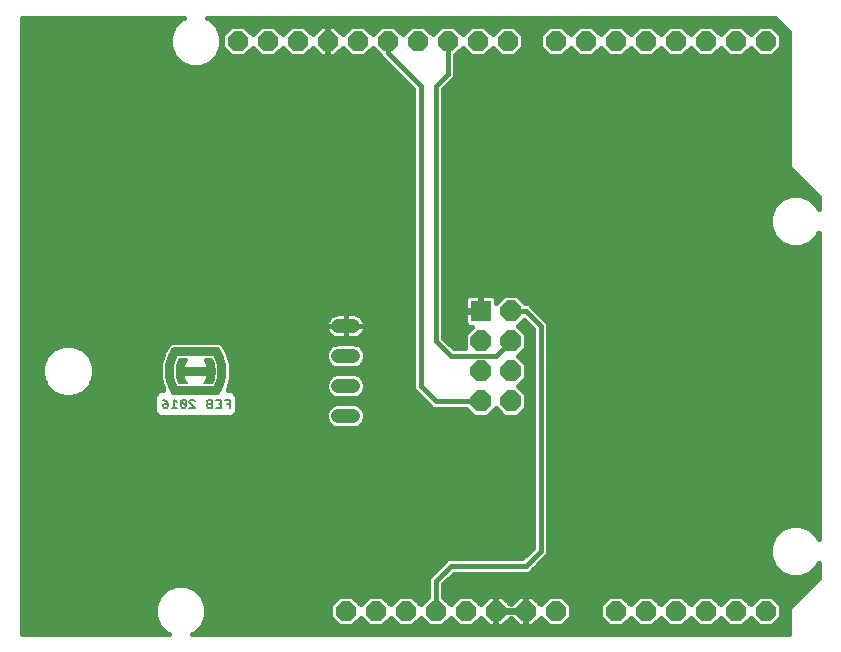
<source format=gbl>
G04 This is an RS-274x file exported by *
G04 gerbv version 2.6.1 *
G04 More information is available about gerbv at *
G04 http://gerbv.geda-project.org/ *
G04 --End of header info--*
%MOIN*%
%FSLAX34Y34*%
%IPPOS*%
G04 --Define apertures--*
%ADD10C,0.0050*%
%AMMACRO11*
5,1,8,0.000000,0.000000,0.071438,22.500000*
%
%ADD11MACRO11*%
%ADD12C,0.0472*%
%ADD13R,0.0700X0.0700*%
%AMMACRO14*
5,1,8,0.000000,0.000000,0.075767,22.500000*
%
%ADD14MACRO14*%
%ADD15R,0.1280X0.0190*%
%ADD16R,0.1300X0.0190*%
%ADD17R,0.0790X0.0190*%
%ADD18C,0.0160*%
G04 --Start main section--*
G54D10*
G01X0007215Y0008275D02*
G01X0007170Y0008320D01*
G01X0007170Y0008320D02*
G01X0007170Y0008365D01*
G01X0007170Y0008365D02*
G01X0007215Y0008410D01*
G01X0007215Y0008410D02*
G01X0007351Y0008410D01*
G01X0007351Y0008410D02*
G01X0007351Y0008320D01*
G01X0007351Y0008320D02*
G01X0007306Y0008275D01*
G01X0007306Y0008275D02*
G01X0007215Y0008275D01*
G01X0007351Y0008410D02*
G01X0007261Y0008500D01*
G01X0007261Y0008500D02*
G01X0007170Y0008545D01*
G01X0007555Y0008545D02*
G01X0007555Y0008275D01*
G01X0007465Y0008275D02*
G01X0007645Y0008275D01*
G01X0007760Y0008320D02*
G01X0007805Y0008275D01*
G01X0007805Y0008275D02*
G01X0007895Y0008275D01*
G01X0007895Y0008275D02*
G01X0007940Y0008320D01*
G01X0007940Y0008320D02*
G01X0007760Y0008500D01*
G01X0007760Y0008500D02*
G01X0007760Y0008320D01*
G01X0007645Y0008455D02*
G01X0007555Y0008545D01*
G01X0007560Y0008740D02*
G01X0007610Y0008740D01*
G01X0007610Y0008740D02*
G01X0007660Y0008740D01*
G01X0007660Y0008740D02*
G01X0007710Y0008740D01*
G01X0007710Y0008740D02*
G01X0008810Y0008740D01*
G01X0008810Y0008740D02*
G01X0008860Y0008740D01*
G01X0008860Y0008740D02*
G01X0008910Y0008740D01*
G01X0008910Y0008740D02*
G01X0008960Y0008740D01*
G01X0008960Y0008740D02*
G01X0009010Y0008740D01*
G01X0008938Y0008545D02*
G01X0009119Y0008545D01*
G01X0009119Y0008545D02*
G01X0009119Y0008275D01*
G01X0009119Y0008275D02*
G01X0008938Y0008275D01*
G01X0008824Y0008275D02*
G01X0008824Y0008545D01*
G01X0008824Y0008545D02*
G01X0008689Y0008545D01*
G01X0008689Y0008545D02*
G01X0008644Y0008500D01*
G01X0008644Y0008500D02*
G01X0008644Y0008455D01*
G01X0008644Y0008455D02*
G01X0008689Y0008410D01*
G01X0008689Y0008410D02*
G01X0008824Y0008410D01*
G01X0008689Y0008410D02*
G01X0008644Y0008365D01*
G01X0008644Y0008365D02*
G01X0008644Y0008320D01*
G01X0008644Y0008320D02*
G01X0008689Y0008275D01*
G01X0008689Y0008275D02*
G01X0008824Y0008275D01*
G01X0009028Y0008410D02*
G01X0009119Y0008410D01*
G01X0009233Y0008545D02*
G01X0009413Y0008545D01*
G01X0009413Y0008545D02*
G01X0009413Y0008275D01*
G01X0009413Y0008410D02*
G01X0009323Y0008410D01*
G01X0008890Y0008970D02*
G01X0007630Y0008970D01*
G01X0007720Y0009090D02*
G01X0007770Y0009090D01*
G01X0007770Y0009090D02*
G01X0007820Y0009090D01*
G01X0007820Y0009090D02*
G01X0007870Y0009090D01*
G01X0007870Y0009090D02*
G01X0007920Y0009090D01*
G01X0007920Y0009090D02*
G01X0007970Y0009090D01*
G01X0007880Y0009380D02*
G01X0008650Y0009380D01*
G01X0007820Y0009090D02*
G01X0007810Y0009110D01*
G01X0007810Y0009110D02*
G01X0007801Y0009131D01*
G01X0007801Y0009131D02*
G01X0007793Y0009152D01*
G01X0007793Y0009152D02*
G01X0007785Y0009172D01*
G01X0007785Y0009172D02*
G01X0007777Y0009194D01*
G01X0007777Y0009194D02*
G01X0007771Y0009215D01*
G01X0007771Y0009215D02*
G01X0007764Y0009236D01*
G01X0007764Y0009236D02*
G01X0007758Y0009258D01*
G01X0007758Y0009258D02*
G01X0007753Y0009279D01*
G01X0007753Y0009279D02*
G01X0007748Y0009301D01*
G01X0007748Y0009301D02*
G01X0007744Y0009323D01*
G01X0007744Y0009323D02*
G01X0007740Y0009345D01*
G01X0007740Y0009345D02*
G01X0007737Y0009367D01*
G01X0007737Y0009367D02*
G01X0007734Y0009390D01*
G01X0007734Y0009390D02*
G01X0007732Y0009412D01*
G01X0007732Y0009412D02*
G01X0007730Y0009434D01*
G01X0007730Y0009434D02*
G01X0007729Y0009457D01*
G01X0007729Y0009457D02*
G01X0007729Y0009479D01*
G01X0007729Y0009479D02*
G01X0007729Y0009501D01*
G01X0007729Y0009501D02*
G01X0007729Y0009524D01*
G01X0007729Y0009524D02*
G01X0007730Y0009546D01*
G01X0007730Y0009546D02*
G01X0007732Y0009568D01*
G01X0007732Y0009568D02*
G01X0007734Y0009590D01*
G01X0007734Y0009590D02*
G01X0007737Y0009613D01*
G01X0007737Y0009613D02*
G01X0007740Y0009635D01*
G01X0007740Y0009635D02*
G01X0007744Y0009657D01*
G01X0007744Y0009657D02*
G01X0007748Y0009679D01*
G01X0007748Y0009679D02*
G01X0007753Y0009701D01*
G01X0007753Y0009701D02*
G01X0007758Y0009722D01*
G01X0007758Y0009722D02*
G01X0007764Y0009744D01*
G01X0007764Y0009744D02*
G01X0007771Y0009765D01*
G01X0007771Y0009765D02*
G01X0007777Y0009787D01*
G01X0007777Y0009787D02*
G01X0007785Y0009808D01*
G01X0007785Y0009808D02*
G01X0007793Y0009829D01*
G01X0007793Y0009829D02*
G01X0007801Y0009849D01*
G01X0007801Y0009849D02*
G01X0007810Y0009870D01*
G01X0007810Y0009870D02*
G01X0007820Y0009890D01*
G01X0007820Y0009890D02*
G01X0007770Y0009890D01*
G01X0007770Y0009890D02*
G01X0007720Y0009890D01*
G01X0007820Y0009890D02*
G01X0007870Y0009890D01*
G01X0007870Y0009890D02*
G01X0007930Y0009890D01*
G01X0007930Y0009890D02*
G01X0007980Y0009890D01*
G01X0007880Y0009610D02*
G01X0008650Y0009610D01*
G01X0007559Y0010250D02*
G01X0007542Y0010223D01*
G01X0007542Y0010223D02*
G01X0007524Y0010196D01*
G01X0007524Y0010196D02*
G01X0007508Y0010169D01*
G01X0007508Y0010169D02*
G01X0007492Y0010141D01*
G01X0007492Y0010141D02*
G01X0007476Y0010113D01*
G01X0007476Y0010113D02*
G01X0007462Y0010084D01*
G01X0007462Y0010084D02*
G01X0007448Y0010055D01*
G01X0007448Y0010055D02*
G01X0007434Y0010026D01*
G01X0007434Y0010026D02*
G01X0007422Y0009996D01*
G01X0007422Y0009996D02*
G01X0007410Y0009966D01*
G01X0007410Y0009966D02*
G01X0007399Y0009936D01*
G01X0007399Y0009936D02*
G01X0007389Y0009906D01*
G01X0007389Y0009906D02*
G01X0007379Y0009875D01*
G01X0007379Y0009875D02*
G01X0007370Y0009844D01*
G01X0007370Y0009844D02*
G01X0007362Y0009813D01*
G01X0007362Y0009813D02*
G01X0007355Y0009782D01*
G01X0007355Y0009782D02*
G01X0007348Y0009750D01*
G01X0007348Y0009750D02*
G01X0007342Y0009719D01*
G01X0007342Y0009719D02*
G01X0007337Y0009687D01*
G01X0007337Y0009687D02*
G01X0007333Y0009655D01*
G01X0007333Y0009655D02*
G01X0007330Y0009623D01*
G01X0007330Y0009623D02*
G01X0007327Y0009591D01*
G01X0007327Y0009591D02*
G01X0007325Y0009559D01*
G01X0007325Y0009559D02*
G01X0007324Y0009527D01*
G01X0007324Y0009527D02*
G01X0007323Y0009495D01*
G01X0007323Y0009495D02*
G01X0007324Y0009463D01*
G01X0007324Y0009463D02*
G01X0007325Y0009431D01*
G01X0007325Y0009431D02*
G01X0007327Y0009399D01*
G01X0007327Y0009399D02*
G01X0007330Y0009367D01*
G01X0007330Y0009367D02*
G01X0007333Y0009335D01*
G01X0007333Y0009335D02*
G01X0007337Y0009303D01*
G01X0007337Y0009303D02*
G01X0007342Y0009271D01*
G01X0007342Y0009271D02*
G01X0007348Y0009240D01*
G01X0007348Y0009240D02*
G01X0007355Y0009208D01*
G01X0007355Y0009208D02*
G01X0007362Y0009177D01*
G01X0007362Y0009177D02*
G01X0007370Y0009146D01*
G01X0007370Y0009146D02*
G01X0007379Y0009115D01*
G01X0007379Y0009115D02*
G01X0007389Y0009084D01*
G01X0007389Y0009084D02*
G01X0007399Y0009054D01*
G01X0007399Y0009054D02*
G01X0007410Y0009024D01*
G01X0007410Y0009024D02*
G01X0007422Y0008994D01*
G01X0007422Y0008994D02*
G01X0007434Y0008964D01*
G01X0007434Y0008964D02*
G01X0007448Y0008935D01*
G01X0007448Y0008935D02*
G01X0007462Y0008906D01*
G01X0007462Y0008906D02*
G01X0007476Y0008877D01*
G01X0007476Y0008877D02*
G01X0007492Y0008849D01*
G01X0007492Y0008849D02*
G01X0007508Y0008821D01*
G01X0007508Y0008821D02*
G01X0007524Y0008794D01*
G01X0007524Y0008794D02*
G01X0007542Y0008767D01*
G01X0007542Y0008767D02*
G01X0007559Y0008740D01*
G01X0007560Y0008740D02*
G01X0007510Y0008740D01*
G01X0007760Y0008500D02*
G01X0007805Y0008545D01*
G01X0007805Y0008545D02*
G01X0007895Y0008545D01*
G01X0007895Y0008545D02*
G01X0007940Y0008500D01*
G01X0007940Y0008500D02*
G01X0007940Y0008320D01*
G01X0008054Y0008275D02*
G01X0008235Y0008275D01*
G01X0008235Y0008275D02*
G01X0008054Y0008455D01*
G01X0008054Y0008455D02*
G01X0008054Y0008500D01*
G01X0008054Y0008500D02*
G01X0008099Y0008545D01*
G01X0008099Y0008545D02*
G01X0008190Y0008545D01*
G01X0008190Y0008545D02*
G01X0008235Y0008500D01*
G01X0008550Y0009090D02*
G01X0008600Y0009090D01*
G01X0008600Y0009090D02*
G01X0008660Y0009090D01*
G01X0008660Y0009090D02*
G01X0008710Y0009090D01*
G01X0008710Y0009090D02*
G01X0008760Y0009090D01*
G01X0008760Y0009090D02*
G01X0008810Y0009090D01*
G01X0007709Y0008740D02*
G01X0007692Y0008767D01*
G01X0007692Y0008767D02*
G01X0007674Y0008794D01*
G01X0007674Y0008794D02*
G01X0007658Y0008821D01*
G01X0007658Y0008821D02*
G01X0007642Y0008849D01*
G01X0007642Y0008849D02*
G01X0007626Y0008877D01*
G01X0007626Y0008877D02*
G01X0007612Y0008906D01*
G01X0007612Y0008906D02*
G01X0007598Y0008935D01*
G01X0007598Y0008935D02*
G01X0007584Y0008964D01*
G01X0007584Y0008964D02*
G01X0007572Y0008994D01*
G01X0007572Y0008994D02*
G01X0007560Y0009024D01*
G01X0007560Y0009024D02*
G01X0007549Y0009054D01*
G01X0007549Y0009054D02*
G01X0007539Y0009084D01*
G01X0007539Y0009084D02*
G01X0007529Y0009115D01*
G01X0007529Y0009115D02*
G01X0007520Y0009146D01*
G01X0007520Y0009146D02*
G01X0007512Y0009177D01*
G01X0007512Y0009177D02*
G01X0007505Y0009208D01*
G01X0007505Y0009208D02*
G01X0007498Y0009240D01*
G01X0007498Y0009240D02*
G01X0007492Y0009271D01*
G01X0007492Y0009271D02*
G01X0007487Y0009303D01*
G01X0007487Y0009303D02*
G01X0007483Y0009335D01*
G01X0007483Y0009335D02*
G01X0007480Y0009367D01*
G01X0007480Y0009367D02*
G01X0007477Y0009399D01*
G01X0007477Y0009399D02*
G01X0007475Y0009431D01*
G01X0007475Y0009431D02*
G01X0007474Y0009463D01*
G01X0007474Y0009463D02*
G01X0007473Y0009495D01*
G01X0007473Y0009495D02*
G01X0007474Y0009527D01*
G01X0007474Y0009527D02*
G01X0007475Y0009559D01*
G01X0007475Y0009559D02*
G01X0007477Y0009591D01*
G01X0007477Y0009591D02*
G01X0007480Y0009623D01*
G01X0007480Y0009623D02*
G01X0007483Y0009655D01*
G01X0007483Y0009655D02*
G01X0007487Y0009687D01*
G01X0007487Y0009687D02*
G01X0007492Y0009719D01*
G01X0007492Y0009719D02*
G01X0007498Y0009750D01*
G01X0007498Y0009750D02*
G01X0007505Y0009782D01*
G01X0007505Y0009782D02*
G01X0007512Y0009813D01*
G01X0007512Y0009813D02*
G01X0007520Y0009844D01*
G01X0007520Y0009844D02*
G01X0007529Y0009875D01*
G01X0007529Y0009875D02*
G01X0007539Y0009906D01*
G01X0007539Y0009906D02*
G01X0007549Y0009936D01*
G01X0007549Y0009936D02*
G01X0007560Y0009966D01*
G01X0007560Y0009966D02*
G01X0007572Y0009996D01*
G01X0007572Y0009996D02*
G01X0007584Y0010026D01*
G01X0007584Y0010026D02*
G01X0007598Y0010055D01*
G01X0007598Y0010055D02*
G01X0007612Y0010084D01*
G01X0007612Y0010084D02*
G01X0007626Y0010113D01*
G01X0007626Y0010113D02*
G01X0007642Y0010141D01*
G01X0007642Y0010141D02*
G01X0007658Y0010169D01*
G01X0007658Y0010169D02*
G01X0007674Y0010196D01*
G01X0007674Y0010196D02*
G01X0007692Y0010223D01*
G01X0007692Y0010223D02*
G01X0007709Y0010250D01*
G01X0007710Y0010250D02*
G01X0007660Y0010250D01*
G01X0007660Y0010250D02*
G01X0007610Y0010250D01*
G01X0007610Y0010250D02*
G01X0007560Y0010250D01*
G01X0007560Y0010250D02*
G01X0007510Y0010250D01*
G01X0007710Y0010250D02*
G01X0008810Y0010250D01*
G01X0008810Y0010250D02*
G01X0008860Y0010250D01*
G01X0008860Y0010250D02*
G01X0008910Y0010250D01*
G01X0008910Y0010250D02*
G01X0008960Y0010250D01*
G01X0008960Y0010250D02*
G01X0009010Y0010250D01*
G01X0008890Y0010020D02*
G01X0007630Y0010020D01*
G01X0008810Y0010250D02*
G01X0008828Y0010223D01*
G01X0008828Y0010223D02*
G01X0008845Y0010196D01*
G01X0008845Y0010196D02*
G01X0008862Y0010169D01*
G01X0008862Y0010169D02*
G01X0008878Y0010141D01*
G01X0008878Y0010141D02*
G01X0008893Y0010113D01*
G01X0008893Y0010113D02*
G01X0008908Y0010084D01*
G01X0008908Y0010084D02*
G01X0008921Y0010055D01*
G01X0008921Y0010055D02*
G01X0008935Y0010026D01*
G01X0008935Y0010026D02*
G01X0008947Y0009996D01*
G01X0008947Y0009996D02*
G01X0008959Y0009966D01*
G01X0008959Y0009966D02*
G01X0008970Y0009936D01*
G01X0008970Y0009936D02*
G01X0008980Y0009906D01*
G01X0008980Y0009906D02*
G01X0008990Y0009875D01*
G01X0008990Y0009875D02*
G01X0008999Y0009844D01*
G01X0008999Y0009844D02*
G01X0009007Y0009813D01*
G01X0009007Y0009813D02*
G01X0009014Y0009782D01*
G01X0009014Y0009782D02*
G01X0009021Y0009750D01*
G01X0009021Y0009750D02*
G01X0009027Y0009719D01*
G01X0009027Y0009719D02*
G01X0009032Y0009687D01*
G01X0009032Y0009687D02*
G01X0009036Y0009655D01*
G01X0009036Y0009655D02*
G01X0009039Y0009623D01*
G01X0009039Y0009623D02*
G01X0009042Y0009591D01*
G01X0009042Y0009591D02*
G01X0009044Y0009559D01*
G01X0009044Y0009559D02*
G01X0009045Y0009527D01*
G01X0009045Y0009527D02*
G01X0009046Y0009495D01*
G01X0009046Y0009495D02*
G01X0009045Y0009463D01*
G01X0009045Y0009463D02*
G01X0009044Y0009431D01*
G01X0009044Y0009431D02*
G01X0009042Y0009399D01*
G01X0009042Y0009399D02*
G01X0009039Y0009367D01*
G01X0009039Y0009367D02*
G01X0009036Y0009335D01*
G01X0009036Y0009335D02*
G01X0009032Y0009303D01*
G01X0009032Y0009303D02*
G01X0009027Y0009271D01*
G01X0009027Y0009271D02*
G01X0009021Y0009240D01*
G01X0009021Y0009240D02*
G01X0009014Y0009208D01*
G01X0009014Y0009208D02*
G01X0009007Y0009177D01*
G01X0009007Y0009177D02*
G01X0008999Y0009146D01*
G01X0008999Y0009146D02*
G01X0008990Y0009115D01*
G01X0008990Y0009115D02*
G01X0008980Y0009084D01*
G01X0008980Y0009084D02*
G01X0008970Y0009054D01*
G01X0008970Y0009054D02*
G01X0008959Y0009024D01*
G01X0008959Y0009024D02*
G01X0008947Y0008994D01*
G01X0008947Y0008994D02*
G01X0008935Y0008964D01*
G01X0008935Y0008964D02*
G01X0008921Y0008935D01*
G01X0008921Y0008935D02*
G01X0008908Y0008906D01*
G01X0008908Y0008906D02*
G01X0008893Y0008877D01*
G01X0008893Y0008877D02*
G01X0008878Y0008849D01*
G01X0008878Y0008849D02*
G01X0008862Y0008821D01*
G01X0008862Y0008821D02*
G01X0008845Y0008794D01*
G01X0008845Y0008794D02*
G01X0008828Y0008767D01*
G01X0008828Y0008767D02*
G01X0008810Y0008740D01*
G01X0007870Y0009090D02*
G01X0007860Y0009110D01*
G01X0007860Y0009110D02*
G01X0007851Y0009131D01*
G01X0007851Y0009131D02*
G01X0007843Y0009152D01*
G01X0007843Y0009152D02*
G01X0007835Y0009172D01*
G01X0007835Y0009172D02*
G01X0007827Y0009194D01*
G01X0007827Y0009194D02*
G01X0007821Y0009215D01*
G01X0007821Y0009215D02*
G01X0007814Y0009236D01*
G01X0007814Y0009236D02*
G01X0007808Y0009258D01*
G01X0007808Y0009258D02*
G01X0007803Y0009279D01*
G01X0007803Y0009279D02*
G01X0007798Y0009301D01*
G01X0007798Y0009301D02*
G01X0007794Y0009323D01*
G01X0007794Y0009323D02*
G01X0007790Y0009345D01*
G01X0007790Y0009345D02*
G01X0007787Y0009367D01*
G01X0007787Y0009367D02*
G01X0007784Y0009390D01*
G01X0007784Y0009390D02*
G01X0007782Y0009412D01*
G01X0007782Y0009412D02*
G01X0007780Y0009434D01*
G01X0007780Y0009434D02*
G01X0007779Y0009457D01*
G01X0007779Y0009457D02*
G01X0007779Y0009479D01*
G01X0007779Y0009479D02*
G01X0007779Y0009501D01*
G01X0007779Y0009501D02*
G01X0007779Y0009524D01*
G01X0007779Y0009524D02*
G01X0007780Y0009546D01*
G01X0007780Y0009546D02*
G01X0007782Y0009568D01*
G01X0007782Y0009568D02*
G01X0007784Y0009590D01*
G01X0007784Y0009590D02*
G01X0007787Y0009613D01*
G01X0007787Y0009613D02*
G01X0007790Y0009635D01*
G01X0007790Y0009635D02*
G01X0007794Y0009657D01*
G01X0007794Y0009657D02*
G01X0007798Y0009679D01*
G01X0007798Y0009679D02*
G01X0007803Y0009701D01*
G01X0007803Y0009701D02*
G01X0007808Y0009722D01*
G01X0007808Y0009722D02*
G01X0007814Y0009744D01*
G01X0007814Y0009744D02*
G01X0007821Y0009765D01*
G01X0007821Y0009765D02*
G01X0007827Y0009787D01*
G01X0007827Y0009787D02*
G01X0007835Y0009808D01*
G01X0007835Y0009808D02*
G01X0007843Y0009829D01*
G01X0007843Y0009829D02*
G01X0007851Y0009849D01*
G01X0007851Y0009849D02*
G01X0007860Y0009870D01*
G01X0007860Y0009870D02*
G01X0007870Y0009890D01*
G01X0008960Y0010250D02*
G01X0008978Y0010223D01*
G01X0008978Y0010223D02*
G01X0008995Y0010196D01*
G01X0008995Y0010196D02*
G01X0009012Y0010169D01*
G01X0009012Y0010169D02*
G01X0009028Y0010141D01*
G01X0009028Y0010141D02*
G01X0009043Y0010113D01*
G01X0009043Y0010113D02*
G01X0009058Y0010084D01*
G01X0009058Y0010084D02*
G01X0009071Y0010055D01*
G01X0009071Y0010055D02*
G01X0009085Y0010026D01*
G01X0009085Y0010026D02*
G01X0009097Y0009996D01*
G01X0009097Y0009996D02*
G01X0009109Y0009966D01*
G01X0009109Y0009966D02*
G01X0009120Y0009936D01*
G01X0009120Y0009936D02*
G01X0009130Y0009906D01*
G01X0009130Y0009906D02*
G01X0009140Y0009875D01*
G01X0009140Y0009875D02*
G01X0009149Y0009844D01*
G01X0009149Y0009844D02*
G01X0009157Y0009813D01*
G01X0009157Y0009813D02*
G01X0009164Y0009782D01*
G01X0009164Y0009782D02*
G01X0009171Y0009750D01*
G01X0009171Y0009750D02*
G01X0009177Y0009719D01*
G01X0009177Y0009719D02*
G01X0009182Y0009687D01*
G01X0009182Y0009687D02*
G01X0009186Y0009655D01*
G01X0009186Y0009655D02*
G01X0009189Y0009623D01*
G01X0009189Y0009623D02*
G01X0009192Y0009591D01*
G01X0009192Y0009591D02*
G01X0009194Y0009559D01*
G01X0009194Y0009559D02*
G01X0009195Y0009527D01*
G01X0009195Y0009527D02*
G01X0009196Y0009495D01*
G01X0009196Y0009495D02*
G01X0009195Y0009463D01*
G01X0009195Y0009463D02*
G01X0009194Y0009431D01*
G01X0009194Y0009431D02*
G01X0009192Y0009399D01*
G01X0009192Y0009399D02*
G01X0009189Y0009367D01*
G01X0009189Y0009367D02*
G01X0009186Y0009335D01*
G01X0009186Y0009335D02*
G01X0009182Y0009303D01*
G01X0009182Y0009303D02*
G01X0009177Y0009271D01*
G01X0009177Y0009271D02*
G01X0009171Y0009240D01*
G01X0009171Y0009240D02*
G01X0009164Y0009208D01*
G01X0009164Y0009208D02*
G01X0009157Y0009177D01*
G01X0009157Y0009177D02*
G01X0009149Y0009146D01*
G01X0009149Y0009146D02*
G01X0009140Y0009115D01*
G01X0009140Y0009115D02*
G01X0009130Y0009084D01*
G01X0009130Y0009084D02*
G01X0009120Y0009054D01*
G01X0009120Y0009054D02*
G01X0009109Y0009024D01*
G01X0009109Y0009024D02*
G01X0009097Y0008994D01*
G01X0009097Y0008994D02*
G01X0009085Y0008964D01*
G01X0009085Y0008964D02*
G01X0009071Y0008935D01*
G01X0009071Y0008935D02*
G01X0009058Y0008906D01*
G01X0009058Y0008906D02*
G01X0009043Y0008877D01*
G01X0009043Y0008877D02*
G01X0009028Y0008849D01*
G01X0009028Y0008849D02*
G01X0009012Y0008821D01*
G01X0009012Y0008821D02*
G01X0008995Y0008794D01*
G01X0008995Y0008794D02*
G01X0008978Y0008767D01*
G01X0008978Y0008767D02*
G01X0008960Y0008740D01*
G01X0007659Y0008740D02*
G01X0007642Y0008767D01*
G01X0007642Y0008767D02*
G01X0007624Y0008794D01*
G01X0007624Y0008794D02*
G01X0007608Y0008821D01*
G01X0007608Y0008821D02*
G01X0007592Y0008849D01*
G01X0007592Y0008849D02*
G01X0007576Y0008877D01*
G01X0007576Y0008877D02*
G01X0007562Y0008906D01*
G01X0007562Y0008906D02*
G01X0007548Y0008935D01*
G01X0007548Y0008935D02*
G01X0007534Y0008964D01*
G01X0007534Y0008964D02*
G01X0007522Y0008994D01*
G01X0007522Y0008994D02*
G01X0007510Y0009024D01*
G01X0007510Y0009024D02*
G01X0007499Y0009054D01*
G01X0007499Y0009054D02*
G01X0007489Y0009084D01*
G01X0007489Y0009084D02*
G01X0007479Y0009115D01*
G01X0007479Y0009115D02*
G01X0007470Y0009146D01*
G01X0007470Y0009146D02*
G01X0007462Y0009177D01*
G01X0007462Y0009177D02*
G01X0007455Y0009208D01*
G01X0007455Y0009208D02*
G01X0007448Y0009240D01*
G01X0007448Y0009240D02*
G01X0007442Y0009271D01*
G01X0007442Y0009271D02*
G01X0007437Y0009303D01*
G01X0007437Y0009303D02*
G01X0007433Y0009335D01*
G01X0007433Y0009335D02*
G01X0007430Y0009367D01*
G01X0007430Y0009367D02*
G01X0007427Y0009399D01*
G01X0007427Y0009399D02*
G01X0007425Y0009431D01*
G01X0007425Y0009431D02*
G01X0007424Y0009463D01*
G01X0007424Y0009463D02*
G01X0007423Y0009495D01*
G01X0007423Y0009495D02*
G01X0007424Y0009527D01*
G01X0007424Y0009527D02*
G01X0007425Y0009559D01*
G01X0007425Y0009559D02*
G01X0007427Y0009591D01*
G01X0007427Y0009591D02*
G01X0007430Y0009623D01*
G01X0007430Y0009623D02*
G01X0007433Y0009655D01*
G01X0007433Y0009655D02*
G01X0007437Y0009687D01*
G01X0007437Y0009687D02*
G01X0007442Y0009719D01*
G01X0007442Y0009719D02*
G01X0007448Y0009750D01*
G01X0007448Y0009750D02*
G01X0007455Y0009782D01*
G01X0007455Y0009782D02*
G01X0007462Y0009813D01*
G01X0007462Y0009813D02*
G01X0007470Y0009844D01*
G01X0007470Y0009844D02*
G01X0007479Y0009875D01*
G01X0007479Y0009875D02*
G01X0007489Y0009906D01*
G01X0007489Y0009906D02*
G01X0007499Y0009936D01*
G01X0007499Y0009936D02*
G01X0007510Y0009966D01*
G01X0007510Y0009966D02*
G01X0007522Y0009996D01*
G01X0007522Y0009996D02*
G01X0007534Y0010026D01*
G01X0007534Y0010026D02*
G01X0007548Y0010055D01*
G01X0007548Y0010055D02*
G01X0007562Y0010084D01*
G01X0007562Y0010084D02*
G01X0007576Y0010113D01*
G01X0007576Y0010113D02*
G01X0007592Y0010141D01*
G01X0007592Y0010141D02*
G01X0007608Y0010169D01*
G01X0007608Y0010169D02*
G01X0007624Y0010196D01*
G01X0007624Y0010196D02*
G01X0007642Y0010223D01*
G01X0007642Y0010223D02*
G01X0007659Y0010250D01*
G01X0008560Y0009890D02*
G01X0008610Y0009890D01*
G01X0008610Y0009890D02*
G01X0008660Y0009890D01*
G01X0008660Y0009890D02*
G01X0008710Y0009890D01*
G01X0008710Y0009890D02*
G01X0008760Y0009890D01*
G01X0008760Y0009890D02*
G01X0008810Y0009890D01*
G01X0007609Y0010250D02*
G01X0007592Y0010223D01*
G01X0007592Y0010223D02*
G01X0007574Y0010196D01*
G01X0007574Y0010196D02*
G01X0007558Y0010169D01*
G01X0007558Y0010169D02*
G01X0007542Y0010141D01*
G01X0007542Y0010141D02*
G01X0007526Y0010113D01*
G01X0007526Y0010113D02*
G01X0007512Y0010084D01*
G01X0007512Y0010084D02*
G01X0007498Y0010055D01*
G01X0007498Y0010055D02*
G01X0007484Y0010026D01*
G01X0007484Y0010026D02*
G01X0007472Y0009996D01*
G01X0007472Y0009996D02*
G01X0007460Y0009966D01*
G01X0007460Y0009966D02*
G01X0007449Y0009936D01*
G01X0007449Y0009936D02*
G01X0007439Y0009906D01*
G01X0007439Y0009906D02*
G01X0007429Y0009875D01*
G01X0007429Y0009875D02*
G01X0007420Y0009844D01*
G01X0007420Y0009844D02*
G01X0007412Y0009813D01*
G01X0007412Y0009813D02*
G01X0007405Y0009782D01*
G01X0007405Y0009782D02*
G01X0007398Y0009750D01*
G01X0007398Y0009750D02*
G01X0007392Y0009719D01*
G01X0007392Y0009719D02*
G01X0007387Y0009687D01*
G01X0007387Y0009687D02*
G01X0007383Y0009655D01*
G01X0007383Y0009655D02*
G01X0007380Y0009623D01*
G01X0007380Y0009623D02*
G01X0007377Y0009591D01*
G01X0007377Y0009591D02*
G01X0007375Y0009559D01*
G01X0007375Y0009559D02*
G01X0007374Y0009527D01*
G01X0007374Y0009527D02*
G01X0007373Y0009495D01*
G01X0007373Y0009495D02*
G01X0007374Y0009463D01*
G01X0007374Y0009463D02*
G01X0007375Y0009431D01*
G01X0007375Y0009431D02*
G01X0007377Y0009399D01*
G01X0007377Y0009399D02*
G01X0007380Y0009367D01*
G01X0007380Y0009367D02*
G01X0007383Y0009335D01*
G01X0007383Y0009335D02*
G01X0007387Y0009303D01*
G01X0007387Y0009303D02*
G01X0007392Y0009271D01*
G01X0007392Y0009271D02*
G01X0007398Y0009240D01*
G01X0007398Y0009240D02*
G01X0007405Y0009208D01*
G01X0007405Y0009208D02*
G01X0007412Y0009177D01*
G01X0007412Y0009177D02*
G01X0007420Y0009146D01*
G01X0007420Y0009146D02*
G01X0007429Y0009115D01*
G01X0007429Y0009115D02*
G01X0007439Y0009084D01*
G01X0007439Y0009084D02*
G01X0007449Y0009054D01*
G01X0007449Y0009054D02*
G01X0007460Y0009024D01*
G01X0007460Y0009024D02*
G01X0007472Y0008994D01*
G01X0007472Y0008994D02*
G01X0007484Y0008964D01*
G01X0007484Y0008964D02*
G01X0007498Y0008935D01*
G01X0007498Y0008935D02*
G01X0007512Y0008906D01*
G01X0007512Y0008906D02*
G01X0007526Y0008877D01*
G01X0007526Y0008877D02*
G01X0007542Y0008849D01*
G01X0007542Y0008849D02*
G01X0007558Y0008821D01*
G01X0007558Y0008821D02*
G01X0007574Y0008794D01*
G01X0007574Y0008794D02*
G01X0007592Y0008767D01*
G01X0007592Y0008767D02*
G01X0007609Y0008740D01*
G01X0008860Y0008740D02*
G01X0008878Y0008767D01*
G01X0008878Y0008767D02*
G01X0008895Y0008794D01*
G01X0008895Y0008794D02*
G01X0008912Y0008821D01*
G01X0008912Y0008821D02*
G01X0008928Y0008849D01*
G01X0008928Y0008849D02*
G01X0008943Y0008877D01*
G01X0008943Y0008877D02*
G01X0008958Y0008906D01*
G01X0008958Y0008906D02*
G01X0008971Y0008935D01*
G01X0008971Y0008935D02*
G01X0008985Y0008964D01*
G01X0008985Y0008964D02*
G01X0008997Y0008994D01*
G01X0008997Y0008994D02*
G01X0009009Y0009024D01*
G01X0009009Y0009024D02*
G01X0009020Y0009054D01*
G01X0009020Y0009054D02*
G01X0009030Y0009084D01*
G01X0009030Y0009084D02*
G01X0009040Y0009115D01*
G01X0009040Y0009115D02*
G01X0009049Y0009146D01*
G01X0009049Y0009146D02*
G01X0009057Y0009177D01*
G01X0009057Y0009177D02*
G01X0009064Y0009208D01*
G01X0009064Y0009208D02*
G01X0009071Y0009240D01*
G01X0009071Y0009240D02*
G01X0009077Y0009271D01*
G01X0009077Y0009271D02*
G01X0009082Y0009303D01*
G01X0009082Y0009303D02*
G01X0009086Y0009335D01*
G01X0009086Y0009335D02*
G01X0009089Y0009367D01*
G01X0009089Y0009367D02*
G01X0009092Y0009399D01*
G01X0009092Y0009399D02*
G01X0009094Y0009431D01*
G01X0009094Y0009431D02*
G01X0009095Y0009463D01*
G01X0009095Y0009463D02*
G01X0009096Y0009495D01*
G01X0009096Y0009495D02*
G01X0009095Y0009527D01*
G01X0009095Y0009527D02*
G01X0009094Y0009559D01*
G01X0009094Y0009559D02*
G01X0009092Y0009591D01*
G01X0009092Y0009591D02*
G01X0009089Y0009623D01*
G01X0009089Y0009623D02*
G01X0009086Y0009655D01*
G01X0009086Y0009655D02*
G01X0009082Y0009687D01*
G01X0009082Y0009687D02*
G01X0009077Y0009719D01*
G01X0009077Y0009719D02*
G01X0009071Y0009750D01*
G01X0009071Y0009750D02*
G01X0009064Y0009782D01*
G01X0009064Y0009782D02*
G01X0009057Y0009813D01*
G01X0009057Y0009813D02*
G01X0009049Y0009844D01*
G01X0009049Y0009844D02*
G01X0009040Y0009875D01*
G01X0009040Y0009875D02*
G01X0009030Y0009906D01*
G01X0009030Y0009906D02*
G01X0009020Y0009936D01*
G01X0009020Y0009936D02*
G01X0009009Y0009966D01*
G01X0009009Y0009966D02*
G01X0008997Y0009996D01*
G01X0008997Y0009996D02*
G01X0008985Y0010026D01*
G01X0008985Y0010026D02*
G01X0008971Y0010055D01*
G01X0008971Y0010055D02*
G01X0008958Y0010084D01*
G01X0008958Y0010084D02*
G01X0008943Y0010113D01*
G01X0008943Y0010113D02*
G01X0008928Y0010141D01*
G01X0008928Y0010141D02*
G01X0008912Y0010169D01*
G01X0008912Y0010169D02*
G01X0008895Y0010196D01*
G01X0008895Y0010196D02*
G01X0008878Y0010223D01*
G01X0008878Y0010223D02*
G01X0008860Y0010250D01*
G01X0007509Y0010250D02*
G01X0007492Y0010223D01*
G01X0007492Y0010223D02*
G01X0007474Y0010196D01*
G01X0007474Y0010196D02*
G01X0007458Y0010169D01*
G01X0007458Y0010169D02*
G01X0007442Y0010141D01*
G01X0007442Y0010141D02*
G01X0007426Y0010113D01*
G01X0007426Y0010113D02*
G01X0007412Y0010084D01*
G01X0007412Y0010084D02*
G01X0007398Y0010055D01*
G01X0007398Y0010055D02*
G01X0007384Y0010026D01*
G01X0007384Y0010026D02*
G01X0007372Y0009996D01*
G01X0007372Y0009996D02*
G01X0007360Y0009966D01*
G01X0007360Y0009966D02*
G01X0007349Y0009936D01*
G01X0007349Y0009936D02*
G01X0007339Y0009906D01*
G01X0007339Y0009906D02*
G01X0007329Y0009875D01*
G01X0007329Y0009875D02*
G01X0007320Y0009844D01*
G01X0007320Y0009844D02*
G01X0007312Y0009813D01*
G01X0007312Y0009813D02*
G01X0007305Y0009782D01*
G01X0007305Y0009782D02*
G01X0007298Y0009750D01*
G01X0007298Y0009750D02*
G01X0007292Y0009719D01*
G01X0007292Y0009719D02*
G01X0007287Y0009687D01*
G01X0007287Y0009687D02*
G01X0007283Y0009655D01*
G01X0007283Y0009655D02*
G01X0007280Y0009623D01*
G01X0007280Y0009623D02*
G01X0007277Y0009591D01*
G01X0007277Y0009591D02*
G01X0007275Y0009559D01*
G01X0007275Y0009559D02*
G01X0007274Y0009527D01*
G01X0007274Y0009527D02*
G01X0007273Y0009495D01*
G01X0007273Y0009495D02*
G01X0007274Y0009463D01*
G01X0007274Y0009463D02*
G01X0007275Y0009431D01*
G01X0007275Y0009431D02*
G01X0007277Y0009399D01*
G01X0007277Y0009399D02*
G01X0007280Y0009367D01*
G01X0007280Y0009367D02*
G01X0007283Y0009335D01*
G01X0007283Y0009335D02*
G01X0007287Y0009303D01*
G01X0007287Y0009303D02*
G01X0007292Y0009271D01*
G01X0007292Y0009271D02*
G01X0007298Y0009240D01*
G01X0007298Y0009240D02*
G01X0007305Y0009208D01*
G01X0007305Y0009208D02*
G01X0007312Y0009177D01*
G01X0007312Y0009177D02*
G01X0007320Y0009146D01*
G01X0007320Y0009146D02*
G01X0007329Y0009115D01*
G01X0007329Y0009115D02*
G01X0007339Y0009084D01*
G01X0007339Y0009084D02*
G01X0007349Y0009054D01*
G01X0007349Y0009054D02*
G01X0007360Y0009024D01*
G01X0007360Y0009024D02*
G01X0007372Y0008994D01*
G01X0007372Y0008994D02*
G01X0007384Y0008964D01*
G01X0007384Y0008964D02*
G01X0007398Y0008935D01*
G01X0007398Y0008935D02*
G01X0007412Y0008906D01*
G01X0007412Y0008906D02*
G01X0007426Y0008877D01*
G01X0007426Y0008877D02*
G01X0007442Y0008849D01*
G01X0007442Y0008849D02*
G01X0007458Y0008821D01*
G01X0007458Y0008821D02*
G01X0007474Y0008794D01*
G01X0007474Y0008794D02*
G01X0007492Y0008767D01*
G01X0007492Y0008767D02*
G01X0007509Y0008740D01*
G01X0008660Y0009090D02*
G01X0008669Y0009110D01*
G01X0008669Y0009110D02*
G01X0008678Y0009131D01*
G01X0008678Y0009131D02*
G01X0008686Y0009152D01*
G01X0008686Y0009152D02*
G01X0008694Y0009172D01*
G01X0008694Y0009172D02*
G01X0008702Y0009194D01*
G01X0008702Y0009194D02*
G01X0008709Y0009215D01*
G01X0008709Y0009215D02*
G01X0008715Y0009236D01*
G01X0008715Y0009236D02*
G01X0008721Y0009258D01*
G01X0008721Y0009258D02*
G01X0008726Y0009279D01*
G01X0008726Y0009279D02*
G01X0008731Y0009301D01*
G01X0008731Y0009301D02*
G01X0008735Y0009323D01*
G01X0008735Y0009323D02*
G01X0008739Y0009345D01*
G01X0008739Y0009345D02*
G01X0008742Y0009367D01*
G01X0008742Y0009367D02*
G01X0008745Y0009390D01*
G01X0008745Y0009390D02*
G01X0008747Y0009412D01*
G01X0008747Y0009412D02*
G01X0008749Y0009434D01*
G01X0008749Y0009434D02*
G01X0008750Y0009457D01*
G01X0008750Y0009457D02*
G01X0008750Y0009479D01*
G01X0008750Y0009479D02*
G01X0008750Y0009501D01*
G01X0008750Y0009501D02*
G01X0008750Y0009524D01*
G01X0008750Y0009524D02*
G01X0008749Y0009546D01*
G01X0008749Y0009546D02*
G01X0008747Y0009568D01*
G01X0008747Y0009568D02*
G01X0008745Y0009590D01*
G01X0008745Y0009590D02*
G01X0008742Y0009613D01*
G01X0008742Y0009613D02*
G01X0008739Y0009635D01*
G01X0008739Y0009635D02*
G01X0008735Y0009657D01*
G01X0008735Y0009657D02*
G01X0008731Y0009679D01*
G01X0008731Y0009679D02*
G01X0008726Y0009701D01*
G01X0008726Y0009701D02*
G01X0008721Y0009722D01*
G01X0008721Y0009722D02*
G01X0008715Y0009744D01*
G01X0008715Y0009744D02*
G01X0008709Y0009765D01*
G01X0008709Y0009765D02*
G01X0008702Y0009787D01*
G01X0008702Y0009787D02*
G01X0008694Y0009808D01*
G01X0008694Y0009808D02*
G01X0008686Y0009829D01*
G01X0008686Y0009829D02*
G01X0008678Y0009849D01*
G01X0008678Y0009849D02*
G01X0008669Y0009870D01*
G01X0008669Y0009870D02*
G01X0008660Y0009890D01*
G01X0007630Y0010020D02*
G01X0007617Y0009996D01*
G01X0007617Y0009996D02*
G01X0007605Y0009973D01*
G01X0007605Y0009973D02*
G01X0007594Y0009948D01*
G01X0007594Y0009948D02*
G01X0007583Y0009924D01*
G01X0007583Y0009924D02*
G01X0007573Y0009899D01*
G01X0007573Y0009899D02*
G01X0007564Y0009874D01*
G01X0007564Y0009874D02*
G01X0007555Y0009849D01*
G01X0007555Y0009849D02*
G01X0007547Y0009824D01*
G01X0007547Y0009824D02*
G01X0007539Y0009798D01*
G01X0007539Y0009798D02*
G01X0007532Y0009772D01*
G01X0007532Y0009772D02*
G01X0007525Y0009746D01*
G01X0007525Y0009746D02*
G01X0007520Y0009720D01*
G01X0007520Y0009720D02*
G01X0007514Y0009694D01*
G01X0007514Y0009694D02*
G01X0007510Y0009668D01*
G01X0007510Y0009668D02*
G01X0007506Y0009641D01*
G01X0007506Y0009641D02*
G01X0007503Y0009615D01*
G01X0007503Y0009615D02*
G01X0007500Y0009588D01*
G01X0007500Y0009588D02*
G01X0007498Y0009562D01*
G01X0007498Y0009562D02*
G01X0007497Y0009535D01*
G01X0007497Y0009535D02*
G01X0007496Y0009508D01*
G01X0007496Y0009508D02*
G01X0007496Y0009482D01*
G01X0007496Y0009482D02*
G01X0007497Y0009455D01*
G01X0007497Y0009455D02*
G01X0007498Y0009428D01*
G01X0007498Y0009428D02*
G01X0007500Y0009402D01*
G01X0007500Y0009402D02*
G01X0007503Y0009375D01*
G01X0007503Y0009375D02*
G01X0007506Y0009349D01*
G01X0007506Y0009349D02*
G01X0007510Y0009322D01*
G01X0007510Y0009322D02*
G01X0007514Y0009296D01*
G01X0007514Y0009296D02*
G01X0007520Y0009270D01*
G01X0007520Y0009270D02*
G01X0007525Y0009244D01*
G01X0007525Y0009244D02*
G01X0007532Y0009218D01*
G01X0007532Y0009218D02*
G01X0007539Y0009192D01*
G01X0007539Y0009192D02*
G01X0007547Y0009166D01*
G01X0007547Y0009166D02*
G01X0007555Y0009141D01*
G01X0007555Y0009141D02*
G01X0007564Y0009116D01*
G01X0007564Y0009116D02*
G01X0007573Y0009091D01*
G01X0007573Y0009091D02*
G01X0007583Y0009066D01*
G01X0007583Y0009066D02*
G01X0007594Y0009042D01*
G01X0007594Y0009042D02*
G01X0007605Y0009018D01*
G01X0007605Y0009018D02*
G01X0007617Y0008994D01*
G01X0007617Y0008994D02*
G01X0007630Y0008970D01*
G01X0008910Y0008740D02*
G01X0008928Y0008767D01*
G01X0008928Y0008767D02*
G01X0008945Y0008794D01*
G01X0008945Y0008794D02*
G01X0008962Y0008821D01*
G01X0008962Y0008821D02*
G01X0008978Y0008849D01*
G01X0008978Y0008849D02*
G01X0008993Y0008877D01*
G01X0008993Y0008877D02*
G01X0009008Y0008906D01*
G01X0009008Y0008906D02*
G01X0009021Y0008935D01*
G01X0009021Y0008935D02*
G01X0009035Y0008964D01*
G01X0009035Y0008964D02*
G01X0009047Y0008994D01*
G01X0009047Y0008994D02*
G01X0009059Y0009024D01*
G01X0009059Y0009024D02*
G01X0009070Y0009054D01*
G01X0009070Y0009054D02*
G01X0009080Y0009084D01*
G01X0009080Y0009084D02*
G01X0009090Y0009115D01*
G01X0009090Y0009115D02*
G01X0009099Y0009146D01*
G01X0009099Y0009146D02*
G01X0009107Y0009177D01*
G01X0009107Y0009177D02*
G01X0009114Y0009208D01*
G01X0009114Y0009208D02*
G01X0009121Y0009240D01*
G01X0009121Y0009240D02*
G01X0009127Y0009271D01*
G01X0009127Y0009271D02*
G01X0009132Y0009303D01*
G01X0009132Y0009303D02*
G01X0009136Y0009335D01*
G01X0009136Y0009335D02*
G01X0009139Y0009367D01*
G01X0009139Y0009367D02*
G01X0009142Y0009399D01*
G01X0009142Y0009399D02*
G01X0009144Y0009431D01*
G01X0009144Y0009431D02*
G01X0009145Y0009463D01*
G01X0009145Y0009463D02*
G01X0009146Y0009495D01*
G01X0009146Y0009495D02*
G01X0009145Y0009527D01*
G01X0009145Y0009527D02*
G01X0009144Y0009559D01*
G01X0009144Y0009559D02*
G01X0009142Y0009591D01*
G01X0009142Y0009591D02*
G01X0009139Y0009623D01*
G01X0009139Y0009623D02*
G01X0009136Y0009655D01*
G01X0009136Y0009655D02*
G01X0009132Y0009687D01*
G01X0009132Y0009687D02*
G01X0009127Y0009719D01*
G01X0009127Y0009719D02*
G01X0009121Y0009750D01*
G01X0009121Y0009750D02*
G01X0009114Y0009782D01*
G01X0009114Y0009782D02*
G01X0009107Y0009813D01*
G01X0009107Y0009813D02*
G01X0009099Y0009844D01*
G01X0009099Y0009844D02*
G01X0009090Y0009875D01*
G01X0009090Y0009875D02*
G01X0009080Y0009906D01*
G01X0009080Y0009906D02*
G01X0009070Y0009936D01*
G01X0009070Y0009936D02*
G01X0009059Y0009966D01*
G01X0009059Y0009966D02*
G01X0009047Y0009996D01*
G01X0009047Y0009996D02*
G01X0009035Y0010026D01*
G01X0009035Y0010026D02*
G01X0009021Y0010055D01*
G01X0009021Y0010055D02*
G01X0009008Y0010084D01*
G01X0009008Y0010084D02*
G01X0008993Y0010113D01*
G01X0008993Y0010113D02*
G01X0008978Y0010141D01*
G01X0008978Y0010141D02*
G01X0008962Y0010169D01*
G01X0008962Y0010169D02*
G01X0008945Y0010196D01*
G01X0008945Y0010196D02*
G01X0008928Y0010223D01*
G01X0008928Y0010223D02*
G01X0008910Y0010250D01*
G01X0007770Y0009890D02*
G01X0007760Y0009870D01*
G01X0007760Y0009870D02*
G01X0007751Y0009849D01*
G01X0007751Y0009849D02*
G01X0007743Y0009829D01*
G01X0007743Y0009829D02*
G01X0007735Y0009808D01*
G01X0007735Y0009808D02*
G01X0007727Y0009787D01*
G01X0007727Y0009787D02*
G01X0007721Y0009765D01*
G01X0007721Y0009765D02*
G01X0007714Y0009744D01*
G01X0007714Y0009744D02*
G01X0007708Y0009722D01*
G01X0007708Y0009722D02*
G01X0007703Y0009701D01*
G01X0007703Y0009701D02*
G01X0007698Y0009679D01*
G01X0007698Y0009679D02*
G01X0007694Y0009657D01*
G01X0007694Y0009657D02*
G01X0007690Y0009635D01*
G01X0007690Y0009635D02*
G01X0007687Y0009613D01*
G01X0007687Y0009613D02*
G01X0007684Y0009590D01*
G01X0007684Y0009590D02*
G01X0007682Y0009568D01*
G01X0007682Y0009568D02*
G01X0007680Y0009546D01*
G01X0007680Y0009546D02*
G01X0007679Y0009524D01*
G01X0007679Y0009524D02*
G01X0007679Y0009501D01*
G01X0007679Y0009501D02*
G01X0007679Y0009479D01*
G01X0007679Y0009479D02*
G01X0007679Y0009457D01*
G01X0007679Y0009457D02*
G01X0007680Y0009434D01*
G01X0007680Y0009434D02*
G01X0007682Y0009412D01*
G01X0007682Y0009412D02*
G01X0007684Y0009390D01*
G01X0007684Y0009390D02*
G01X0007687Y0009367D01*
G01X0007687Y0009367D02*
G01X0007690Y0009345D01*
G01X0007690Y0009345D02*
G01X0007694Y0009323D01*
G01X0007694Y0009323D02*
G01X0007698Y0009301D01*
G01X0007698Y0009301D02*
G01X0007703Y0009279D01*
G01X0007703Y0009279D02*
G01X0007708Y0009258D01*
G01X0007708Y0009258D02*
G01X0007714Y0009236D01*
G01X0007714Y0009236D02*
G01X0007721Y0009215D01*
G01X0007721Y0009215D02*
G01X0007727Y0009194D01*
G01X0007727Y0009194D02*
G01X0007735Y0009172D01*
G01X0007735Y0009172D02*
G01X0007743Y0009152D01*
G01X0007743Y0009152D02*
G01X0007751Y0009131D01*
G01X0007751Y0009131D02*
G01X0007760Y0009110D01*
G01X0007760Y0009110D02*
G01X0007770Y0009090D01*
G01X0008710Y0009090D02*
G01X0008719Y0009110D01*
G01X0008719Y0009110D02*
G01X0008728Y0009131D01*
G01X0008728Y0009131D02*
G01X0008736Y0009152D01*
G01X0008736Y0009152D02*
G01X0008744Y0009172D01*
G01X0008744Y0009172D02*
G01X0008752Y0009194D01*
G01X0008752Y0009194D02*
G01X0008759Y0009215D01*
G01X0008759Y0009215D02*
G01X0008765Y0009236D01*
G01X0008765Y0009236D02*
G01X0008771Y0009258D01*
G01X0008771Y0009258D02*
G01X0008776Y0009279D01*
G01X0008776Y0009279D02*
G01X0008781Y0009301D01*
G01X0008781Y0009301D02*
G01X0008785Y0009323D01*
G01X0008785Y0009323D02*
G01X0008789Y0009345D01*
G01X0008789Y0009345D02*
G01X0008792Y0009367D01*
G01X0008792Y0009367D02*
G01X0008795Y0009390D01*
G01X0008795Y0009390D02*
G01X0008797Y0009412D01*
G01X0008797Y0009412D02*
G01X0008799Y0009434D01*
G01X0008799Y0009434D02*
G01X0008800Y0009457D01*
G01X0008800Y0009457D02*
G01X0008800Y0009479D01*
G01X0008800Y0009479D02*
G01X0008800Y0009501D01*
G01X0008800Y0009501D02*
G01X0008800Y0009524D01*
G01X0008800Y0009524D02*
G01X0008799Y0009546D01*
G01X0008799Y0009546D02*
G01X0008797Y0009568D01*
G01X0008797Y0009568D02*
G01X0008795Y0009590D01*
G01X0008795Y0009590D02*
G01X0008792Y0009613D01*
G01X0008792Y0009613D02*
G01X0008789Y0009635D01*
G01X0008789Y0009635D02*
G01X0008785Y0009657D01*
G01X0008785Y0009657D02*
G01X0008781Y0009679D01*
G01X0008781Y0009679D02*
G01X0008776Y0009701D01*
G01X0008776Y0009701D02*
G01X0008771Y0009722D01*
G01X0008771Y0009722D02*
G01X0008765Y0009744D01*
G01X0008765Y0009744D02*
G01X0008759Y0009765D01*
G01X0008759Y0009765D02*
G01X0008752Y0009787D01*
G01X0008752Y0009787D02*
G01X0008744Y0009808D01*
G01X0008744Y0009808D02*
G01X0008736Y0009829D01*
G01X0008736Y0009829D02*
G01X0008728Y0009849D01*
G01X0008728Y0009849D02*
G01X0008719Y0009870D01*
G01X0008719Y0009870D02*
G01X0008710Y0009890D01*
G01X0007720Y0009890D02*
G01X0007710Y0009870D01*
G01X0007710Y0009870D02*
G01X0007701Y0009849D01*
G01X0007701Y0009849D02*
G01X0007693Y0009829D01*
G01X0007693Y0009829D02*
G01X0007685Y0009808D01*
G01X0007685Y0009808D02*
G01X0007677Y0009787D01*
G01X0007677Y0009787D02*
G01X0007671Y0009765D01*
G01X0007671Y0009765D02*
G01X0007664Y0009744D01*
G01X0007664Y0009744D02*
G01X0007658Y0009722D01*
G01X0007658Y0009722D02*
G01X0007653Y0009701D01*
G01X0007653Y0009701D02*
G01X0007648Y0009679D01*
G01X0007648Y0009679D02*
G01X0007644Y0009657D01*
G01X0007644Y0009657D02*
G01X0007640Y0009635D01*
G01X0007640Y0009635D02*
G01X0007637Y0009613D01*
G01X0007637Y0009613D02*
G01X0007634Y0009590D01*
G01X0007634Y0009590D02*
G01X0007632Y0009568D01*
G01X0007632Y0009568D02*
G01X0007630Y0009546D01*
G01X0007630Y0009546D02*
G01X0007629Y0009524D01*
G01X0007629Y0009524D02*
G01X0007629Y0009501D01*
G01X0007629Y0009501D02*
G01X0007629Y0009479D01*
G01X0007629Y0009479D02*
G01X0007629Y0009457D01*
G01X0007629Y0009457D02*
G01X0007630Y0009434D01*
G01X0007630Y0009434D02*
G01X0007632Y0009412D01*
G01X0007632Y0009412D02*
G01X0007634Y0009390D01*
G01X0007634Y0009390D02*
G01X0007637Y0009367D01*
G01X0007637Y0009367D02*
G01X0007640Y0009345D01*
G01X0007640Y0009345D02*
G01X0007644Y0009323D01*
G01X0007644Y0009323D02*
G01X0007648Y0009301D01*
G01X0007648Y0009301D02*
G01X0007653Y0009279D01*
G01X0007653Y0009279D02*
G01X0007658Y0009258D01*
G01X0007658Y0009258D02*
G01X0007664Y0009236D01*
G01X0007664Y0009236D02*
G01X0007671Y0009215D01*
G01X0007671Y0009215D02*
G01X0007677Y0009194D01*
G01X0007677Y0009194D02*
G01X0007685Y0009172D01*
G01X0007685Y0009172D02*
G01X0007693Y0009152D01*
G01X0007693Y0009152D02*
G01X0007701Y0009131D01*
G01X0007701Y0009131D02*
G01X0007710Y0009110D01*
G01X0007710Y0009110D02*
G01X0007720Y0009090D01*
G01X0008760Y0009090D02*
G01X0008769Y0009110D01*
G01X0008769Y0009110D02*
G01X0008778Y0009131D01*
G01X0008778Y0009131D02*
G01X0008786Y0009152D01*
G01X0008786Y0009152D02*
G01X0008794Y0009172D01*
G01X0008794Y0009172D02*
G01X0008802Y0009194D01*
G01X0008802Y0009194D02*
G01X0008809Y0009215D01*
G01X0008809Y0009215D02*
G01X0008815Y0009236D01*
G01X0008815Y0009236D02*
G01X0008821Y0009258D01*
G01X0008821Y0009258D02*
G01X0008826Y0009279D01*
G01X0008826Y0009279D02*
G01X0008831Y0009301D01*
G01X0008831Y0009301D02*
G01X0008835Y0009323D01*
G01X0008835Y0009323D02*
G01X0008839Y0009345D01*
G01X0008839Y0009345D02*
G01X0008842Y0009367D01*
G01X0008842Y0009367D02*
G01X0008845Y0009390D01*
G01X0008845Y0009390D02*
G01X0008847Y0009412D01*
G01X0008847Y0009412D02*
G01X0008849Y0009434D01*
G01X0008849Y0009434D02*
G01X0008850Y0009457D01*
G01X0008850Y0009457D02*
G01X0008850Y0009479D01*
G01X0008850Y0009479D02*
G01X0008850Y0009501D01*
G01X0008850Y0009501D02*
G01X0008850Y0009524D01*
G01X0008850Y0009524D02*
G01X0008849Y0009546D01*
G01X0008849Y0009546D02*
G01X0008847Y0009568D01*
G01X0008847Y0009568D02*
G01X0008845Y0009590D01*
G01X0008845Y0009590D02*
G01X0008842Y0009613D01*
G01X0008842Y0009613D02*
G01X0008839Y0009635D01*
G01X0008839Y0009635D02*
G01X0008835Y0009657D01*
G01X0008835Y0009657D02*
G01X0008831Y0009679D01*
G01X0008831Y0009679D02*
G01X0008826Y0009701D01*
G01X0008826Y0009701D02*
G01X0008821Y0009722D01*
G01X0008821Y0009722D02*
G01X0008815Y0009744D01*
G01X0008815Y0009744D02*
G01X0008809Y0009765D01*
G01X0008809Y0009765D02*
G01X0008802Y0009787D01*
G01X0008802Y0009787D02*
G01X0008794Y0009808D01*
G01X0008794Y0009808D02*
G01X0008786Y0009829D01*
G01X0008786Y0009829D02*
G01X0008778Y0009849D01*
G01X0008778Y0009849D02*
G01X0008769Y0009870D01*
G01X0008769Y0009870D02*
G01X0008760Y0009890D01*
G01X0007980Y0009890D02*
G01X0007970Y0009876D01*
G01X0007970Y0009876D02*
G01X0007960Y0009861D01*
G01X0007960Y0009861D02*
G01X0007951Y0009846D01*
G01X0007951Y0009846D02*
G01X0007943Y0009831D01*
G01X0007943Y0009831D02*
G01X0007934Y0009816D01*
G01X0007934Y0009816D02*
G01X0007926Y0009801D01*
G01X0007926Y0009801D02*
G01X0007919Y0009785D01*
G01X0007919Y0009785D02*
G01X0007912Y0009769D01*
G01X0007912Y0009769D02*
G01X0007905Y0009753D01*
G01X0007905Y0009753D02*
G01X0007898Y0009737D01*
G01X0007898Y0009737D02*
G01X0007892Y0009721D01*
G01X0007892Y0009721D02*
G01X0007887Y0009705D01*
G01X0007887Y0009705D02*
G01X0007882Y0009688D01*
G01X0007882Y0009688D02*
G01X0007877Y0009671D01*
G01X0007877Y0009671D02*
G01X0007872Y0009655D01*
G01X0007872Y0009655D02*
G01X0007868Y0009638D01*
G01X0007868Y0009638D02*
G01X0007865Y0009621D01*
G01X0007865Y0009621D02*
G01X0007862Y0009604D01*
G01X0007862Y0009604D02*
G01X0007859Y0009587D01*
G01X0007859Y0009587D02*
G01X0007857Y0009569D01*
G01X0007857Y0009569D02*
G01X0007855Y0009552D01*
G01X0007855Y0009552D02*
G01X0007853Y0009535D01*
G01X0007853Y0009535D02*
G01X0007852Y0009518D01*
G01X0007852Y0009518D02*
G01X0007852Y0009500D01*
G01X0007852Y0009500D02*
G01X0007851Y0009483D01*
G01X0007851Y0009483D02*
G01X0007852Y0009466D01*
G01X0007852Y0009466D02*
G01X0007852Y0009448D01*
G01X0007852Y0009448D02*
G01X0007853Y0009431D01*
G01X0007853Y0009431D02*
G01X0007855Y0009414D01*
G01X0007855Y0009414D02*
G01X0007857Y0009396D01*
G01X0007857Y0009396D02*
G01X0007859Y0009379D01*
G01X0007859Y0009379D02*
G01X0007862Y0009362D01*
G01X0007862Y0009362D02*
G01X0007865Y0009345D01*
G01X0007865Y0009345D02*
G01X0007868Y0009328D01*
G01X0007868Y0009328D02*
G01X0007872Y0009311D01*
G01X0007872Y0009311D02*
G01X0007877Y0009294D01*
G01X0007877Y0009294D02*
G01X0007882Y0009278D01*
G01X0007882Y0009278D02*
G01X0007887Y0009261D01*
G01X0007887Y0009261D02*
G01X0007892Y0009245D01*
G01X0007892Y0009245D02*
G01X0007898Y0009229D01*
G01X0007898Y0009229D02*
G01X0007905Y0009212D01*
G01X0007905Y0009212D02*
G01X0007912Y0009197D01*
G01X0007912Y0009197D02*
G01X0007919Y0009181D01*
G01X0007919Y0009181D02*
G01X0007926Y0009165D01*
G01X0007926Y0009165D02*
G01X0007934Y0009150D01*
G01X0007934Y0009150D02*
G01X0007942Y0009134D01*
G01X0007942Y0009134D02*
G01X0007951Y0009119D01*
G01X0007951Y0009119D02*
G01X0007960Y0009105D01*
G01X0007960Y0009105D02*
G01X0007970Y0009090D01*
G01X0008810Y0009090D02*
G01X0008819Y0009110D01*
G01X0008819Y0009110D02*
G01X0008828Y0009131D01*
G01X0008828Y0009131D02*
G01X0008836Y0009152D01*
G01X0008836Y0009152D02*
G01X0008844Y0009172D01*
G01X0008844Y0009172D02*
G01X0008852Y0009194D01*
G01X0008852Y0009194D02*
G01X0008859Y0009215D01*
G01X0008859Y0009215D02*
G01X0008865Y0009236D01*
G01X0008865Y0009236D02*
G01X0008871Y0009258D01*
G01X0008871Y0009258D02*
G01X0008876Y0009279D01*
G01X0008876Y0009279D02*
G01X0008881Y0009301D01*
G01X0008881Y0009301D02*
G01X0008885Y0009323D01*
G01X0008885Y0009323D02*
G01X0008889Y0009345D01*
G01X0008889Y0009345D02*
G01X0008892Y0009367D01*
G01X0008892Y0009367D02*
G01X0008895Y0009390D01*
G01X0008895Y0009390D02*
G01X0008897Y0009412D01*
G01X0008897Y0009412D02*
G01X0008899Y0009434D01*
G01X0008899Y0009434D02*
G01X0008900Y0009457D01*
G01X0008900Y0009457D02*
G01X0008900Y0009479D01*
G01X0008900Y0009479D02*
G01X0008900Y0009501D01*
G01X0008900Y0009501D02*
G01X0008900Y0009524D01*
G01X0008900Y0009524D02*
G01X0008899Y0009546D01*
G01X0008899Y0009546D02*
G01X0008897Y0009568D01*
G01X0008897Y0009568D02*
G01X0008895Y0009590D01*
G01X0008895Y0009590D02*
G01X0008892Y0009613D01*
G01X0008892Y0009613D02*
G01X0008889Y0009635D01*
G01X0008889Y0009635D02*
G01X0008885Y0009657D01*
G01X0008885Y0009657D02*
G01X0008881Y0009679D01*
G01X0008881Y0009679D02*
G01X0008876Y0009701D01*
G01X0008876Y0009701D02*
G01X0008871Y0009722D01*
G01X0008871Y0009722D02*
G01X0008865Y0009744D01*
G01X0008865Y0009744D02*
G01X0008859Y0009765D01*
G01X0008859Y0009765D02*
G01X0008852Y0009787D01*
G01X0008852Y0009787D02*
G01X0008844Y0009808D01*
G01X0008844Y0009808D02*
G01X0008836Y0009829D01*
G01X0008836Y0009829D02*
G01X0008828Y0009849D01*
G01X0008828Y0009849D02*
G01X0008819Y0009870D01*
G01X0008819Y0009870D02*
G01X0008810Y0009890D01*
G01X0007930Y0009890D02*
G01X0007920Y0009876D01*
G01X0007920Y0009876D02*
G01X0007910Y0009861D01*
G01X0007910Y0009861D02*
G01X0007901Y0009846D01*
G01X0007901Y0009846D02*
G01X0007893Y0009831D01*
G01X0007893Y0009831D02*
G01X0007884Y0009816D01*
G01X0007884Y0009816D02*
G01X0007876Y0009801D01*
G01X0007876Y0009801D02*
G01X0007869Y0009785D01*
G01X0007869Y0009785D02*
G01X0007862Y0009769D01*
G01X0007862Y0009769D02*
G01X0007855Y0009753D01*
G01X0007855Y0009753D02*
G01X0007848Y0009737D01*
G01X0007848Y0009737D02*
G01X0007842Y0009721D01*
G01X0007842Y0009721D02*
G01X0007837Y0009705D01*
G01X0007837Y0009705D02*
G01X0007832Y0009688D01*
G01X0007832Y0009688D02*
G01X0007827Y0009671D01*
G01X0007827Y0009671D02*
G01X0007822Y0009655D01*
G01X0007822Y0009655D02*
G01X0007818Y0009638D01*
G01X0007818Y0009638D02*
G01X0007815Y0009621D01*
G01X0007815Y0009621D02*
G01X0007812Y0009604D01*
G01X0007812Y0009604D02*
G01X0007809Y0009587D01*
G01X0007809Y0009587D02*
G01X0007807Y0009569D01*
G01X0007807Y0009569D02*
G01X0007805Y0009552D01*
G01X0007805Y0009552D02*
G01X0007803Y0009535D01*
G01X0007803Y0009535D02*
G01X0007802Y0009518D01*
G01X0007802Y0009518D02*
G01X0007802Y0009500D01*
G01X0007802Y0009500D02*
G01X0007801Y0009483D01*
G01X0007801Y0009483D02*
G01X0007802Y0009466D01*
G01X0007802Y0009466D02*
G01X0007802Y0009448D01*
G01X0007802Y0009448D02*
G01X0007803Y0009431D01*
G01X0007803Y0009431D02*
G01X0007805Y0009414D01*
G01X0007805Y0009414D02*
G01X0007807Y0009396D01*
G01X0007807Y0009396D02*
G01X0007809Y0009379D01*
G01X0007809Y0009379D02*
G01X0007812Y0009362D01*
G01X0007812Y0009362D02*
G01X0007815Y0009345D01*
G01X0007815Y0009345D02*
G01X0007818Y0009328D01*
G01X0007818Y0009328D02*
G01X0007822Y0009311D01*
G01X0007822Y0009311D02*
G01X0007827Y0009294D01*
G01X0007827Y0009294D02*
G01X0007832Y0009278D01*
G01X0007832Y0009278D02*
G01X0007837Y0009261D01*
G01X0007837Y0009261D02*
G01X0007842Y0009245D01*
G01X0007842Y0009245D02*
G01X0007848Y0009229D01*
G01X0007848Y0009229D02*
G01X0007855Y0009212D01*
G01X0007855Y0009212D02*
G01X0007862Y0009197D01*
G01X0007862Y0009197D02*
G01X0007869Y0009181D01*
G01X0007869Y0009181D02*
G01X0007876Y0009165D01*
G01X0007876Y0009165D02*
G01X0007884Y0009150D01*
G01X0007884Y0009150D02*
G01X0007892Y0009134D01*
G01X0007892Y0009134D02*
G01X0007901Y0009119D01*
G01X0007901Y0009119D02*
G01X0007910Y0009105D01*
G01X0007910Y0009105D02*
G01X0007920Y0009090D01*
G01X0009010Y0008740D02*
G01X0009028Y0008767D01*
G01X0009028Y0008767D02*
G01X0009045Y0008794D01*
G01X0009045Y0008794D02*
G01X0009062Y0008821D01*
G01X0009062Y0008821D02*
G01X0009078Y0008849D01*
G01X0009078Y0008849D02*
G01X0009093Y0008877D01*
G01X0009093Y0008877D02*
G01X0009108Y0008906D01*
G01X0009108Y0008906D02*
G01X0009121Y0008935D01*
G01X0009121Y0008935D02*
G01X0009135Y0008964D01*
G01X0009135Y0008964D02*
G01X0009147Y0008994D01*
G01X0009147Y0008994D02*
G01X0009159Y0009024D01*
G01X0009159Y0009024D02*
G01X0009170Y0009054D01*
G01X0009170Y0009054D02*
G01X0009180Y0009084D01*
G01X0009180Y0009084D02*
G01X0009190Y0009115D01*
G01X0009190Y0009115D02*
G01X0009199Y0009146D01*
G01X0009199Y0009146D02*
G01X0009207Y0009177D01*
G01X0009207Y0009177D02*
G01X0009214Y0009208D01*
G01X0009214Y0009208D02*
G01X0009221Y0009240D01*
G01X0009221Y0009240D02*
G01X0009227Y0009271D01*
G01X0009227Y0009271D02*
G01X0009232Y0009303D01*
G01X0009232Y0009303D02*
G01X0009236Y0009335D01*
G01X0009236Y0009335D02*
G01X0009239Y0009367D01*
G01X0009239Y0009367D02*
G01X0009242Y0009399D01*
G01X0009242Y0009399D02*
G01X0009244Y0009431D01*
G01X0009244Y0009431D02*
G01X0009245Y0009463D01*
G01X0009245Y0009463D02*
G01X0009246Y0009495D01*
G01X0009246Y0009495D02*
G01X0009245Y0009527D01*
G01X0009245Y0009527D02*
G01X0009244Y0009559D01*
G01X0009244Y0009559D02*
G01X0009242Y0009591D01*
G01X0009242Y0009591D02*
G01X0009239Y0009623D01*
G01X0009239Y0009623D02*
G01X0009236Y0009655D01*
G01X0009236Y0009655D02*
G01X0009232Y0009687D01*
G01X0009232Y0009687D02*
G01X0009227Y0009719D01*
G01X0009227Y0009719D02*
G01X0009221Y0009750D01*
G01X0009221Y0009750D02*
G01X0009214Y0009782D01*
G01X0009214Y0009782D02*
G01X0009207Y0009813D01*
G01X0009207Y0009813D02*
G01X0009199Y0009844D01*
G01X0009199Y0009844D02*
G01X0009190Y0009875D01*
G01X0009190Y0009875D02*
G01X0009180Y0009906D01*
G01X0009180Y0009906D02*
G01X0009170Y0009936D01*
G01X0009170Y0009936D02*
G01X0009159Y0009966D01*
G01X0009159Y0009966D02*
G01X0009147Y0009996D01*
G01X0009147Y0009996D02*
G01X0009135Y0010026D01*
G01X0009135Y0010026D02*
G01X0009121Y0010055D01*
G01X0009121Y0010055D02*
G01X0009108Y0010084D01*
G01X0009108Y0010084D02*
G01X0009093Y0010113D01*
G01X0009093Y0010113D02*
G01X0009078Y0010141D01*
G01X0009078Y0010141D02*
G01X0009062Y0010169D01*
G01X0009062Y0010169D02*
G01X0009045Y0010196D01*
G01X0009045Y0010196D02*
G01X0009028Y0010223D01*
G01X0009028Y0010223D02*
G01X0009010Y0010250D01*
G01X0008610Y0009890D02*
G01X0008619Y0009875D01*
G01X0008619Y0009875D02*
G01X0008628Y0009861D01*
G01X0008628Y0009861D02*
G01X0008637Y0009846D01*
G01X0008637Y0009846D02*
G01X0008645Y0009830D01*
G01X0008645Y0009830D02*
G01X0008653Y0009815D01*
G01X0008653Y0009815D02*
G01X0008661Y0009799D01*
G01X0008661Y0009799D02*
G01X0008668Y0009784D01*
G01X0008668Y0009784D02*
G01X0008674Y0009768D01*
G01X0008674Y0009768D02*
G01X0008681Y0009752D01*
G01X0008681Y0009752D02*
G01X0008687Y0009735D01*
G01X0008687Y0009735D02*
G01X0008692Y0009719D01*
G01X0008692Y0009719D02*
G01X0008698Y0009702D01*
G01X0008698Y0009702D02*
G01X0008702Y0009686D01*
G01X0008702Y0009686D02*
G01X0008707Y0009669D01*
G01X0008707Y0009669D02*
G01X0008711Y0009652D01*
G01X0008711Y0009652D02*
G01X0008714Y0009635D01*
G01X0008714Y0009635D02*
G01X0008718Y0009618D01*
G01X0008718Y0009618D02*
G01X0008720Y0009601D01*
G01X0008720Y0009601D02*
G01X0008723Y0009584D01*
G01X0008723Y0009584D02*
G01X0008724Y0009566D01*
G01X0008724Y0009566D02*
G01X0008726Y0009549D01*
G01X0008726Y0009549D02*
G01X0008727Y0009532D01*
G01X0008727Y0009532D02*
G01X0008728Y0009514D01*
G01X0008728Y0009514D02*
G01X0008728Y0009497D01*
G01X0008728Y0009497D02*
G01X0008728Y0009480D01*
G01X0008728Y0009480D02*
G01X0008727Y0009462D01*
G01X0008727Y0009462D02*
G01X0008726Y0009445D01*
G01X0008726Y0009445D02*
G01X0008724Y0009428D01*
G01X0008724Y0009428D02*
G01X0008723Y0009411D01*
G01X0008723Y0009411D02*
G01X0008720Y0009393D01*
G01X0008720Y0009393D02*
G01X0008717Y0009376D01*
G01X0008717Y0009376D02*
G01X0008714Y0009359D01*
G01X0008714Y0009359D02*
G01X0008711Y0009342D01*
G01X0008711Y0009342D02*
G01X0008707Y0009325D01*
G01X0008707Y0009325D02*
G01X0008702Y0009309D01*
G01X0008702Y0009309D02*
G01X0008698Y0009292D01*
G01X0008698Y0009292D02*
G01X0008692Y0009275D01*
G01X0008692Y0009275D02*
G01X0008687Y0009259D01*
G01X0008687Y0009259D02*
G01X0008681Y0009243D01*
G01X0008681Y0009243D02*
G01X0008674Y0009227D01*
G01X0008674Y0009227D02*
G01X0008668Y0009211D01*
G01X0008668Y0009211D02*
G01X0008660Y0009195D01*
G01X0008660Y0009195D02*
G01X0008653Y0009179D01*
G01X0008653Y0009179D02*
G01X0008645Y0009164D01*
G01X0008645Y0009164D02*
G01X0008636Y0009149D01*
G01X0008636Y0009149D02*
G01X0008628Y0009134D01*
G01X0008628Y0009134D02*
G01X0008619Y0009119D01*
G01X0008619Y0009119D02*
G01X0008609Y0009104D01*
G01X0008609Y0009104D02*
G01X0008600Y0009090D01*
G01X0008550Y0009090D02*
G01X0008559Y0009104D01*
G01X0008559Y0009104D02*
G01X0008569Y0009119D01*
G01X0008569Y0009119D02*
G01X0008578Y0009134D01*
G01X0008578Y0009134D02*
G01X0008586Y0009149D01*
G01X0008586Y0009149D02*
G01X0008595Y0009164D01*
G01X0008595Y0009164D02*
G01X0008603Y0009179D01*
G01X0008603Y0009179D02*
G01X0008610Y0009195D01*
G01X0008610Y0009195D02*
G01X0008618Y0009211D01*
G01X0008618Y0009211D02*
G01X0008624Y0009227D01*
G01X0008624Y0009227D02*
G01X0008631Y0009243D01*
G01X0008631Y0009243D02*
G01X0008637Y0009259D01*
G01X0008637Y0009259D02*
G01X0008642Y0009275D01*
G01X0008642Y0009275D02*
G01X0008648Y0009292D01*
G01X0008648Y0009292D02*
G01X0008652Y0009309D01*
G01X0008652Y0009309D02*
G01X0008657Y0009325D01*
G01X0008657Y0009325D02*
G01X0008661Y0009342D01*
G01X0008661Y0009342D02*
G01X0008664Y0009359D01*
G01X0008664Y0009359D02*
G01X0008667Y0009376D01*
G01X0008667Y0009376D02*
G01X0008670Y0009393D01*
G01X0008670Y0009393D02*
G01X0008673Y0009411D01*
G01X0008673Y0009411D02*
G01X0008674Y0009428D01*
G01X0008674Y0009428D02*
G01X0008676Y0009445D01*
G01X0008676Y0009445D02*
G01X0008677Y0009462D01*
G01X0008677Y0009462D02*
G01X0008678Y0009480D01*
G01X0008678Y0009480D02*
G01X0008678Y0009497D01*
G01X0008678Y0009497D02*
G01X0008678Y0009514D01*
G01X0008678Y0009514D02*
G01X0008677Y0009532D01*
G01X0008677Y0009532D02*
G01X0008676Y0009549D01*
G01X0008676Y0009549D02*
G01X0008674Y0009566D01*
G01X0008674Y0009566D02*
G01X0008673Y0009584D01*
G01X0008673Y0009584D02*
G01X0008670Y0009601D01*
G01X0008670Y0009601D02*
G01X0008668Y0009618D01*
G01X0008668Y0009618D02*
G01X0008664Y0009635D01*
G01X0008664Y0009635D02*
G01X0008661Y0009652D01*
G01X0008661Y0009652D02*
G01X0008657Y0009669D01*
G01X0008657Y0009669D02*
G01X0008652Y0009686D01*
G01X0008652Y0009686D02*
G01X0008648Y0009702D01*
G01X0008648Y0009702D02*
G01X0008642Y0009719D01*
G01X0008642Y0009719D02*
G01X0008637Y0009735D01*
G01X0008637Y0009735D02*
G01X0008631Y0009752D01*
G01X0008631Y0009752D02*
G01X0008624Y0009768D01*
G01X0008624Y0009768D02*
G01X0008618Y0009784D01*
G01X0008618Y0009784D02*
G01X0008611Y0009799D01*
G01X0008611Y0009799D02*
G01X0008603Y0009815D01*
G01X0008603Y0009815D02*
G01X0008595Y0009830D01*
G01X0008595Y0009830D02*
G01X0008587Y0009846D01*
G01X0008587Y0009846D02*
G01X0008578Y0009861D01*
G01X0008578Y0009861D02*
G01X0008569Y0009875D01*
G01X0008569Y0009875D02*
G01X0008560Y0009890D01*
G01X0008890Y0010020D02*
G01X0008902Y0009996D01*
G01X0008902Y0009996D02*
G01X0008914Y0009973D01*
G01X0008914Y0009973D02*
G01X0008925Y0009948D01*
G01X0008925Y0009948D02*
G01X0008936Y0009924D01*
G01X0008936Y0009924D02*
G01X0008946Y0009899D01*
G01X0008946Y0009899D02*
G01X0008955Y0009874D01*
G01X0008955Y0009874D02*
G01X0008964Y0009849D01*
G01X0008964Y0009849D02*
G01X0008973Y0009824D01*
G01X0008973Y0009824D02*
G01X0008980Y0009798D01*
G01X0008980Y0009798D02*
G01X0008987Y0009772D01*
G01X0008987Y0009772D02*
G01X0008994Y0009746D01*
G01X0008994Y0009746D02*
G01X0008999Y0009720D01*
G01X0008999Y0009720D02*
G01X0009005Y0009694D01*
G01X0009005Y0009694D02*
G01X0009009Y0009668D01*
G01X0009009Y0009668D02*
G01X0009013Y0009641D01*
G01X0009013Y0009641D02*
G01X0009016Y0009615D01*
G01X0009016Y0009615D02*
G01X0009019Y0009588D01*
G01X0009019Y0009588D02*
G01X0009021Y0009562D01*
G01X0009021Y0009562D02*
G01X0009022Y0009535D01*
G01X0009022Y0009535D02*
G01X0009023Y0009508D01*
G01X0009023Y0009508D02*
G01X0009023Y0009482D01*
G01X0009023Y0009482D02*
G01X0009022Y0009455D01*
G01X0009022Y0009455D02*
G01X0009021Y0009428D01*
G01X0009021Y0009428D02*
G01X0009019Y0009402D01*
G01X0009019Y0009402D02*
G01X0009016Y0009375D01*
G01X0009016Y0009375D02*
G01X0009013Y0009349D01*
G01X0009013Y0009349D02*
G01X0009009Y0009322D01*
G01X0009009Y0009322D02*
G01X0009005Y0009296D01*
G01X0009005Y0009296D02*
G01X0008999Y0009270D01*
G01X0008999Y0009270D02*
G01X0008994Y0009244D01*
G01X0008994Y0009244D02*
G01X0008987Y0009218D01*
G01X0008987Y0009218D02*
G01X0008980Y0009192D01*
G01X0008980Y0009192D02*
G01X0008973Y0009166D01*
G01X0008973Y0009166D02*
G01X0008964Y0009141D01*
G01X0008964Y0009141D02*
G01X0008955Y0009116D01*
G01X0008955Y0009116D02*
G01X0008946Y0009091D01*
G01X0008946Y0009091D02*
G01X0008936Y0009066D01*
G01X0008936Y0009066D02*
G01X0008925Y0009042D01*
G01X0008925Y0009042D02*
G01X0008914Y0009018D01*
G01X0008914Y0009018D02*
G01X0008902Y0008994D01*
G01X0008902Y0008994D02*
G01X0008890Y0008970D01*
G54D11*
G01X0013260Y0001500D03*
G01X0014260Y0001500D03*
G01X0015260Y0001500D03*
G01X0016260Y0001500D03*
G01X0017260Y0001500D03*
G01X0018260Y0001500D03*
G01X0019260Y0001500D03*
G01X0020260Y0001500D03*
G01X0022260Y0001500D03*
G01X0023260Y0001500D03*
G01X0024260Y0001500D03*
G01X0025260Y0001500D03*
G01X0026260Y0001500D03*
G01X0027260Y0001500D03*
G01X0027260Y0020500D03*
G01X0026260Y0020500D03*
G01X0025260Y0020500D03*
G01X0024260Y0020500D03*
G01X0023260Y0020500D03*
G01X0022260Y0020500D03*
G01X0021260Y0020500D03*
G01X0020260Y0020500D03*
G01X0018660Y0020500D03*
G01X0017660Y0020500D03*
G01X0016660Y0020500D03*
G01X0015660Y0020500D03*
G01X0014660Y0020500D03*
G01X0013660Y0020500D03*
G01X0012659Y0020500D03*
G01X0011660Y0020500D03*
G01X0010660Y0020500D03*
G01X0009660Y0020500D03*
G54D12*
G01X0013023Y0011000D02*
G01X0013496Y0011000D01*
G01X0013496Y0010000D02*
G01X0013023Y0010000D01*
G01X0013023Y0009000D02*
G01X0013496Y0009000D01*
G01X0013496Y0008000D02*
G01X0013023Y0008000D01*
G54D13*
G01X0017760Y0011500D03*
G54D14*
G01X0018760Y0011500D03*
G01X0018760Y0010500D03*
G01X0017760Y0010500D03*
G01X0017760Y0009500D03*
G01X0018760Y0009500D03*
G01X0018760Y0008500D03*
G01X0017760Y0008500D03*
G54D15*
G01X0008260Y0010135D03*
G54D16*
G01X0008260Y0008855D03*
G54D17*
G01X0008265Y0009495D03*
G54D18*
G01X0002490Y0000730D02*
G01X0002490Y0021270D01*
G01X0002490Y0021270D02*
G01X0007871Y0021270D01*
G01X0007871Y0021270D02*
G01X0007772Y0021229D01*
G01X0007772Y0021229D02*
G01X0007531Y0020987D01*
G01X0007531Y0020987D02*
G01X0007400Y0020671D01*
G01X0007400Y0020671D02*
G01X0007400Y0020329D01*
G01X0007400Y0020329D02*
G01X0007531Y0020013D01*
G01X0007531Y0020013D02*
G01X0007772Y0019771D01*
G01X0007772Y0019771D02*
G01X0008089Y0019640D01*
G01X0008089Y0019640D02*
G01X0008431Y0019640D01*
G01X0008431Y0019640D02*
G01X0008747Y0019771D01*
G01X0008747Y0019771D02*
G01X0008989Y0020013D01*
G01X0008989Y0020013D02*
G01X0009119Y0020329D01*
G01X0009119Y0020329D02*
G01X0009119Y0020671D01*
G01X0009119Y0020671D02*
G01X0008989Y0020987D01*
G01X0008989Y0020987D02*
G01X0008747Y0021229D01*
G01X0008747Y0021229D02*
G01X0008648Y0021270D01*
G01X0008648Y0021270D02*
G01X0027564Y0021270D01*
G01X0027564Y0021270D02*
G01X0028030Y0020805D01*
G01X0028030Y0020805D02*
G01X0028030Y0016305D01*
G01X0028030Y0016305D02*
G01X0028164Y0016170D01*
G01X0028164Y0016170D02*
G01X0029030Y0015305D01*
G01X0029030Y0015305D02*
G01X0029030Y0014888D01*
G01X0029030Y0014888D02*
G01X0028989Y0014987D01*
G01X0028989Y0014987D02*
G01X0028747Y0015229D01*
G01X0028747Y0015229D02*
G01X0028431Y0015360D01*
G01X0028431Y0015360D02*
G01X0028089Y0015360D01*
G01X0028089Y0015360D02*
G01X0027772Y0015229D01*
G01X0027772Y0015229D02*
G01X0027531Y0014987D01*
G01X0027531Y0014987D02*
G01X0027400Y0014671D01*
G01X0027400Y0014671D02*
G01X0027400Y0014329D01*
G01X0027400Y0014329D02*
G01X0027531Y0014013D01*
G01X0027531Y0014013D02*
G01X0027772Y0013771D01*
G01X0027772Y0013771D02*
G01X0028089Y0013640D01*
G01X0028089Y0013640D02*
G01X0028431Y0013640D01*
G01X0028431Y0013640D02*
G01X0028747Y0013771D01*
G01X0028747Y0013771D02*
G01X0028989Y0014013D01*
G01X0028989Y0014013D02*
G01X0029030Y0014112D01*
G01X0029030Y0014112D02*
G01X0029030Y0003888D01*
G01X0029030Y0003888D02*
G01X0028989Y0003987D01*
G01X0028989Y0003987D02*
G01X0028747Y0004229D01*
G01X0028747Y0004229D02*
G01X0028431Y0004360D01*
G01X0028431Y0004360D02*
G01X0028089Y0004360D01*
G01X0028089Y0004360D02*
G01X0027772Y0004229D01*
G01X0027772Y0004229D02*
G01X0027531Y0003987D01*
G01X0027531Y0003987D02*
G01X0027400Y0003671D01*
G01X0027400Y0003671D02*
G01X0027400Y0003329D01*
G01X0027400Y0003329D02*
G01X0027531Y0003013D01*
G01X0027531Y0003013D02*
G01X0027772Y0002771D01*
G01X0027772Y0002771D02*
G01X0028089Y0002640D01*
G01X0028089Y0002640D02*
G01X0028431Y0002640D01*
G01X0028431Y0002640D02*
G01X0028747Y0002771D01*
G01X0028747Y0002771D02*
G01X0028989Y0003013D01*
G01X0028989Y0003013D02*
G01X0029030Y0003112D01*
G01X0029030Y0003112D02*
G01X0029030Y0002595D01*
G01X0029030Y0002595D02*
G01X0028030Y0001595D01*
G01X0028030Y0001595D02*
G01X0028030Y0000730D01*
G01X0028030Y0000730D02*
G01X0008148Y0000730D01*
G01X0008148Y0000730D02*
G01X0008247Y0000771D01*
G01X0008247Y0000771D02*
G01X0008489Y0001013D01*
G01X0008489Y0001013D02*
G01X0008619Y0001329D01*
G01X0008619Y0001329D02*
G01X0008619Y0001671D01*
G01X0008619Y0001671D02*
G01X0008489Y0001987D01*
G01X0008489Y0001987D02*
G01X0008247Y0002229D01*
G01X0008247Y0002229D02*
G01X0007931Y0002360D01*
G01X0007931Y0002360D02*
G01X0007589Y0002360D01*
G01X0007589Y0002360D02*
G01X0007272Y0002229D01*
G01X0007272Y0002229D02*
G01X0007030Y0001987D01*
G01X0007030Y0001987D02*
G01X0006900Y0001671D01*
G01X0006900Y0001671D02*
G01X0006900Y0001329D01*
G01X0006900Y0001329D02*
G01X0007030Y0001013D01*
G01X0007030Y0001013D02*
G01X0007272Y0000771D01*
G01X0007272Y0000771D02*
G01X0007371Y0000730D01*
G01X0007371Y0000730D02*
G01X0002490Y0000730D01*
G01X0002490Y0000820D02*
G01X0007224Y0000820D01*
G01X0007064Y0000980D02*
G01X0002490Y0000980D01*
G01X0002490Y0001139D02*
G01X0006978Y0001139D01*
G01X0006912Y0001299D02*
G01X0002490Y0001299D01*
G01X0002490Y0001459D02*
G01X0006900Y0001459D01*
G01X0006900Y0001619D02*
G01X0002490Y0001619D01*
G01X0002490Y0001779D02*
G01X0006944Y0001779D01*
G01X0007010Y0001939D02*
G01X0002490Y0001939D01*
G01X0002490Y0002099D02*
G01X0007142Y0002099D01*
G01X0007343Y0002258D02*
G01X0002490Y0002258D01*
G01X0002490Y0002418D02*
G01X0016000Y0002418D01*
G01X0016000Y0002552D02*
G01X0016000Y0001961D01*
G01X0016000Y0001961D02*
G01X0015760Y0001721D01*
G01X0015760Y0001721D02*
G01X0015471Y0002010D01*
G01X0015471Y0002010D02*
G01X0015048Y0002010D01*
G01X0015048Y0002010D02*
G01X0014760Y0001721D01*
G01X0014760Y0001721D02*
G01X0014471Y0002010D01*
G01X0014471Y0002010D02*
G01X0014048Y0002010D01*
G01X0014048Y0002010D02*
G01X0013760Y0001721D01*
G01X0013760Y0001721D02*
G01X0013471Y0002010D01*
G01X0013471Y0002010D02*
G01X0013048Y0002010D01*
G01X0013048Y0002010D02*
G01X0012750Y0001711D01*
G01X0012750Y0001711D02*
G01X0012750Y0001289D01*
G01X0012750Y0001289D02*
G01X0013048Y0000990D01*
G01X0013048Y0000990D02*
G01X0013471Y0000990D01*
G01X0013471Y0000990D02*
G01X0013760Y0001279D01*
G01X0013760Y0001279D02*
G01X0014048Y0000990D01*
G01X0014048Y0000990D02*
G01X0014471Y0000990D01*
G01X0014471Y0000990D02*
G01X0014760Y0001279D01*
G01X0014760Y0001279D02*
G01X0015048Y0000990D01*
G01X0015048Y0000990D02*
G01X0015471Y0000990D01*
G01X0015471Y0000990D02*
G01X0015760Y0001279D01*
G01X0015760Y0001279D02*
G01X0016048Y0000990D01*
G01X0016048Y0000990D02*
G01X0016471Y0000990D01*
G01X0016471Y0000990D02*
G01X0016760Y0001279D01*
G01X0016760Y0001279D02*
G01X0017048Y0000990D01*
G01X0017048Y0000990D02*
G01X0017471Y0000990D01*
G01X0017471Y0000990D02*
G01X0017760Y0001279D01*
G01X0017760Y0001279D02*
G01X0018048Y0000990D01*
G01X0018048Y0000990D02*
G01X0018241Y0000990D01*
G01X0018241Y0000990D02*
G01X0018241Y0001482D01*
G01X0018241Y0001482D02*
G01X0018278Y0001482D01*
G01X0018278Y0001482D02*
G01X0018278Y0000990D01*
G01X0018278Y0000990D02*
G01X0018471Y0000990D01*
G01X0018471Y0000990D02*
G01X0018760Y0001279D01*
G01X0018760Y0001279D02*
G01X0019048Y0000990D01*
G01X0019048Y0000990D02*
G01X0019241Y0000990D01*
G01X0019241Y0000990D02*
G01X0019241Y0001482D01*
G01X0019241Y0001482D02*
G01X0018278Y0001482D01*
G01X0018278Y0001482D02*
G01X0018278Y0001518D01*
G01X0018278Y0001518D02*
G01X0018241Y0001518D01*
G01X0018241Y0001518D02*
G01X0018241Y0002010D01*
G01X0018241Y0002010D02*
G01X0018048Y0002010D01*
G01X0018048Y0002010D02*
G01X0017760Y0001721D01*
G01X0017760Y0001721D02*
G01X0017471Y0002010D01*
G01X0017471Y0002010D02*
G01X0017048Y0002010D01*
G01X0017048Y0002010D02*
G01X0016760Y0001721D01*
G01X0016760Y0001721D02*
G01X0016520Y0001961D01*
G01X0016520Y0001961D02*
G01X0016520Y0002392D01*
G01X0016520Y0002392D02*
G01X0016867Y0002740D01*
G01X0016867Y0002740D02*
G01X0019311Y0002740D01*
G01X0019311Y0002740D02*
G01X0019407Y0002780D01*
G01X0019407Y0002780D02*
G01X0019980Y0003353D01*
G01X0019980Y0003353D02*
G01X0020020Y0003448D01*
G01X0020020Y0003448D02*
G01X0020020Y0011052D01*
G01X0020020Y0011052D02*
G01X0019980Y0011147D01*
G01X0019980Y0011147D02*
G01X0019480Y0011647D01*
G01X0019480Y0011647D02*
G01X0019407Y0011720D01*
G01X0019407Y0011720D02*
G01X0019311Y0011760D01*
G01X0019311Y0011760D02*
G01X0019249Y0011760D01*
G01X0019249Y0011760D02*
G01X0018979Y0012030D01*
G01X0018979Y0012030D02*
G01X0018540Y0012030D01*
G01X0018540Y0012030D02*
G01X0018290Y0011780D01*
G01X0018290Y0011780D02*
G01X0018290Y0011874D01*
G01X0018290Y0011874D02*
G01X0018277Y0011920D01*
G01X0018277Y0011920D02*
G01X0018254Y0011961D01*
G01X0018254Y0011961D02*
G01X0018220Y0011994D01*
G01X0018220Y0011994D02*
G01X0018179Y0012018D01*
G01X0018179Y0012018D02*
G01X0018133Y0012030D01*
G01X0018133Y0012030D02*
G01X0017778Y0012030D01*
G01X0017778Y0012030D02*
G01X0017778Y0011518D01*
G01X0017778Y0011518D02*
G01X0017741Y0011518D01*
G01X0017741Y0011518D02*
G01X0017741Y0011482D01*
G01X0017741Y0011482D02*
G01X0017230Y0011482D01*
G01X0017230Y0011482D02*
G01X0017230Y0011126D01*
G01X0017230Y0011126D02*
G01X0017242Y0011081D01*
G01X0017242Y0011081D02*
G01X0017266Y0011040D01*
G01X0017266Y0011040D02*
G01X0017299Y0011006D01*
G01X0017299Y0011006D02*
G01X0017340Y0010982D01*
G01X0017340Y0010982D02*
G01X0017386Y0010970D01*
G01X0017386Y0010970D02*
G01X0017480Y0010970D01*
G01X0017480Y0010970D02*
G01X0017230Y0010720D01*
G01X0017230Y0010720D02*
G01X0017230Y0010280D01*
G01X0017230Y0010280D02*
G01X0017250Y0010260D01*
G01X0017250Y0010260D02*
G01X0016867Y0010260D01*
G01X0016867Y0010260D02*
G01X0016520Y0010608D01*
G01X0016520Y0010608D02*
G01X0016520Y0018892D01*
G01X0016520Y0018892D02*
G01X0016880Y0019253D01*
G01X0016880Y0019253D02*
G01X0016920Y0019348D01*
G01X0016920Y0019348D02*
G01X0016920Y0020039D01*
G01X0016920Y0020039D02*
G01X0017160Y0020279D01*
G01X0017160Y0020279D02*
G01X0017448Y0019990D01*
G01X0017448Y0019990D02*
G01X0017871Y0019990D01*
G01X0017871Y0019990D02*
G01X0018160Y0020279D01*
G01X0018160Y0020279D02*
G01X0018448Y0019990D01*
G01X0018448Y0019990D02*
G01X0018871Y0019990D01*
G01X0018871Y0019990D02*
G01X0019170Y0020289D01*
G01X0019170Y0020289D02*
G01X0019170Y0020711D01*
G01X0019170Y0020711D02*
G01X0018871Y0021010D01*
G01X0018871Y0021010D02*
G01X0018448Y0021010D01*
G01X0018448Y0021010D02*
G01X0018160Y0020721D01*
G01X0018160Y0020721D02*
G01X0017871Y0021010D01*
G01X0017871Y0021010D02*
G01X0017448Y0021010D01*
G01X0017448Y0021010D02*
G01X0017160Y0020721D01*
G01X0017160Y0020721D02*
G01X0016871Y0021010D01*
G01X0016871Y0021010D02*
G01X0016448Y0021010D01*
G01X0016448Y0021010D02*
G01X0016160Y0020721D01*
G01X0016160Y0020721D02*
G01X0015871Y0021010D01*
G01X0015871Y0021010D02*
G01X0015448Y0021010D01*
G01X0015448Y0021010D02*
G01X0015159Y0020721D01*
G01X0015159Y0020721D02*
G01X0014871Y0021010D01*
G01X0014871Y0021010D02*
G01X0014448Y0021010D01*
G01X0014448Y0021010D02*
G01X0014160Y0020721D01*
G01X0014160Y0020721D02*
G01X0013871Y0021010D01*
G01X0013871Y0021010D02*
G01X0013448Y0021010D01*
G01X0013448Y0021010D02*
G01X0013160Y0020721D01*
G01X0013160Y0020721D02*
G01X0012871Y0021010D01*
G01X0012871Y0021010D02*
G01X0012678Y0021010D01*
G01X0012678Y0021010D02*
G01X0012678Y0020518D01*
G01X0012678Y0020518D02*
G01X0012641Y0020518D01*
G01X0012641Y0020518D02*
G01X0012641Y0021010D01*
G01X0012641Y0021010D02*
G01X0012448Y0021010D01*
G01X0012448Y0021010D02*
G01X0012160Y0020721D01*
G01X0012160Y0020721D02*
G01X0011871Y0021010D01*
G01X0011871Y0021010D02*
G01X0011448Y0021010D01*
G01X0011448Y0021010D02*
G01X0011160Y0020721D01*
G01X0011160Y0020721D02*
G01X0010871Y0021010D01*
G01X0010871Y0021010D02*
G01X0010448Y0021010D01*
G01X0010448Y0021010D02*
G01X0010159Y0020721D01*
G01X0010159Y0020721D02*
G01X0009871Y0021010D01*
G01X0009871Y0021010D02*
G01X0009448Y0021010D01*
G01X0009448Y0021010D02*
G01X0009150Y0020711D01*
G01X0009150Y0020711D02*
G01X0009150Y0020289D01*
G01X0009150Y0020289D02*
G01X0009448Y0019990D01*
G01X0009448Y0019990D02*
G01X0009871Y0019990D01*
G01X0009871Y0019990D02*
G01X0010159Y0020279D01*
G01X0010159Y0020279D02*
G01X0010448Y0019990D01*
G01X0010448Y0019990D02*
G01X0010871Y0019990D01*
G01X0010871Y0019990D02*
G01X0011160Y0020279D01*
G01X0011160Y0020279D02*
G01X0011448Y0019990D01*
G01X0011448Y0019990D02*
G01X0011871Y0019990D01*
G01X0011871Y0019990D02*
G01X0012160Y0020279D01*
G01X0012160Y0020279D02*
G01X0012448Y0019990D01*
G01X0012448Y0019990D02*
G01X0012641Y0019990D01*
G01X0012641Y0019990D02*
G01X0012641Y0020482D01*
G01X0012641Y0020482D02*
G01X0012678Y0020482D01*
G01X0012678Y0020482D02*
G01X0012678Y0019990D01*
G01X0012678Y0019990D02*
G01X0012871Y0019990D01*
G01X0012871Y0019990D02*
G01X0013160Y0020279D01*
G01X0013160Y0020279D02*
G01X0013448Y0019990D01*
G01X0013448Y0019990D02*
G01X0013871Y0019990D01*
G01X0013871Y0019990D02*
G01X0014160Y0020279D01*
G01X0014160Y0020279D02*
G01X0014406Y0020032D01*
G01X0014406Y0020032D02*
G01X0014439Y0019953D01*
G01X0014439Y0019953D02*
G01X0015500Y0018892D01*
G01X0015500Y0018892D02*
G01X0015500Y0008948D01*
G01X0015500Y0008948D02*
G01X0015539Y0008853D01*
G01X0015539Y0008853D02*
G01X0016039Y0008353D01*
G01X0016039Y0008353D02*
G01X0016112Y0008280D01*
G01X0016112Y0008280D02*
G01X0016208Y0008240D01*
G01X0016208Y0008240D02*
G01X0017270Y0008240D01*
G01X0017270Y0008240D02*
G01X0017540Y0007970D01*
G01X0017540Y0007970D02*
G01X0017979Y0007970D01*
G01X0017979Y0007970D02*
G01X0018260Y0008251D01*
G01X0018260Y0008251D02*
G01X0018540Y0007970D01*
G01X0018540Y0007970D02*
G01X0018979Y0007970D01*
G01X0018979Y0007970D02*
G01X0019290Y0008281D01*
G01X0019290Y0008281D02*
G01X0019290Y0008720D01*
G01X0019290Y0008720D02*
G01X0019009Y0009000D01*
G01X0019009Y0009000D02*
G01X0019290Y0009281D01*
G01X0019290Y0009281D02*
G01X0019290Y0009720D01*
G01X0019290Y0009720D02*
G01X0019009Y0010000D01*
G01X0019009Y0010000D02*
G01X0019290Y0010280D01*
G01X0019290Y0010280D02*
G01X0019290Y0010720D01*
G01X0019290Y0010720D02*
G01X0019009Y0011000D01*
G01X0019009Y0011000D02*
G01X0019200Y0011191D01*
G01X0019200Y0011191D02*
G01X0019500Y0010892D01*
G01X0019500Y0010892D02*
G01X0019500Y0003608D01*
G01X0019500Y0003608D02*
G01X0019152Y0003260D01*
G01X0019152Y0003260D02*
G01X0016708Y0003260D01*
G01X0016708Y0003260D02*
G01X0016612Y0003220D01*
G01X0016612Y0003220D02*
G01X0016539Y0003147D01*
G01X0016539Y0003147D02*
G01X0016039Y0002647D01*
G01X0016039Y0002647D02*
G01X0016000Y0002552D01*
G01X0016010Y0002578D02*
G01X0002490Y0002578D01*
G01X0002490Y0002738D02*
G01X0016130Y0002738D01*
G01X0016290Y0002898D02*
G01X0002490Y0002898D01*
G01X0002490Y0003058D02*
G01X0016449Y0003058D01*
G01X0016609Y0003218D02*
G01X0002490Y0003218D01*
G01X0002490Y0003377D02*
G01X0019269Y0003377D01*
G01X0019429Y0003537D02*
G01X0002490Y0003537D01*
G01X0002490Y0003697D02*
G01X0019500Y0003697D01*
G01X0019500Y0003857D02*
G01X0002490Y0003857D01*
G01X0002490Y0004017D02*
G01X0019500Y0004017D01*
G01X0019500Y0004177D02*
G01X0002490Y0004177D01*
G01X0002490Y0004336D02*
G01X0019500Y0004336D01*
G01X0019500Y0004496D02*
G01X0002490Y0004496D01*
G01X0002490Y0004656D02*
G01X0019500Y0004656D01*
G01X0019500Y0004816D02*
G01X0002490Y0004816D01*
G01X0002490Y0004976D02*
G01X0019500Y0004976D01*
G01X0019500Y0005136D02*
G01X0002490Y0005136D01*
G01X0002490Y0005296D02*
G01X0019500Y0005296D01*
G01X0019500Y0005455D02*
G01X0002490Y0005455D01*
G01X0002490Y0005615D02*
G01X0019500Y0005615D01*
G01X0019500Y0005775D02*
G01X0002490Y0005775D01*
G01X0002490Y0005935D02*
G01X0019500Y0005935D01*
G01X0019500Y0006095D02*
G01X0002490Y0006095D01*
G01X0002490Y0006255D02*
G01X0019500Y0006255D01*
G01X0019500Y0006415D02*
G01X0002490Y0006415D01*
G01X0002490Y0006574D02*
G01X0019500Y0006574D01*
G01X0019500Y0006734D02*
G01X0002490Y0006734D01*
G01X0002490Y0006894D02*
G01X0019500Y0006894D01*
G01X0019500Y0007054D02*
G01X0002490Y0007054D01*
G01X0002490Y0007214D02*
G01X0019500Y0007214D01*
G01X0019500Y0007374D02*
G01X0002490Y0007374D01*
G01X0002490Y0007533D02*
G01X0019500Y0007533D01*
G01X0019500Y0007693D02*
G01X0013778Y0007693D01*
G01X0013732Y0007647D02*
G01X0013849Y0007764D01*
G01X0013849Y0007764D02*
G01X0013912Y0007917D01*
G01X0013912Y0007917D02*
G01X0013912Y0008083D01*
G01X0013912Y0008083D02*
G01X0013849Y0008236D01*
G01X0013849Y0008236D02*
G01X0013732Y0008353D01*
G01X0013732Y0008353D02*
G01X0013579Y0008416D01*
G01X0013579Y0008416D02*
G01X0012941Y0008416D01*
G01X0012941Y0008416D02*
G01X0012788Y0008353D01*
G01X0012788Y0008353D02*
G01X0012670Y0008236D01*
G01X0012670Y0008236D02*
G01X0012607Y0008083D01*
G01X0012607Y0008083D02*
G01X0012607Y0007917D01*
G01X0012607Y0007917D02*
G01X0012670Y0007764D01*
G01X0012670Y0007764D02*
G01X0012788Y0007647D01*
G01X0012788Y0007647D02*
G01X0012941Y0007584D01*
G01X0012941Y0007584D02*
G01X0013579Y0007584D01*
G01X0013579Y0007584D02*
G01X0013732Y0007647D01*
G01X0013885Y0007853D02*
G01X0019500Y0007853D01*
G01X0019500Y0008013D02*
G01X0019022Y0008013D01*
G01X0019182Y0008173D02*
G01X0019500Y0008173D01*
G01X0019500Y0008333D02*
G01X0019290Y0008333D01*
G01X0019290Y0008493D02*
G01X0019500Y0008493D01*
G01X0019500Y0008652D02*
G01X0019290Y0008652D01*
G01X0019197Y0008812D02*
G01X0019500Y0008812D01*
G01X0019500Y0008972D02*
G01X0019037Y0008972D01*
G01X0019141Y0009132D02*
G01X0019500Y0009132D01*
G01X0019500Y0009292D02*
G01X0019290Y0009292D01*
G01X0019290Y0009452D02*
G01X0019500Y0009452D01*
G01X0019500Y0009612D02*
G01X0019290Y0009612D01*
G01X0019238Y0009771D02*
G01X0019500Y0009771D01*
G01X0019500Y0009931D02*
G01X0019078Y0009931D01*
G01X0019100Y0010091D02*
G01X0019500Y0010091D01*
G01X0019500Y0010251D02*
G01X0019260Y0010251D01*
G01X0019290Y0010411D02*
G01X0019500Y0010411D01*
G01X0019500Y0010571D02*
G01X0019290Y0010571D01*
G01X0019279Y0010731D02*
G01X0019500Y0010731D01*
G01X0019500Y0010890D02*
G01X0019119Y0010890D01*
G01X0019059Y0011050D02*
G01X0019342Y0011050D01*
G01X0019760Y0011000D02*
G01X0019260Y0011500D01*
G01X0019260Y0011500D02*
G01X0018760Y0011500D01*
G01X0018359Y0011849D02*
G01X0018290Y0011849D01*
G01X0018194Y0012009D02*
G01X0018519Y0012009D01*
G01X0019000Y0012009D02*
G01X0029030Y0012009D01*
G01X0029030Y0012169D02*
G01X0016520Y0012169D01*
G01X0016520Y0012009D02*
G01X0017325Y0012009D01*
G01X0017340Y0012018D02*
G01X0017299Y0011994D01*
G01X0017299Y0011994D02*
G01X0017266Y0011961D01*
G01X0017266Y0011961D02*
G01X0017242Y0011920D01*
G01X0017242Y0011920D02*
G01X0017230Y0011874D01*
G01X0017230Y0011874D02*
G01X0017230Y0011518D01*
G01X0017230Y0011518D02*
G01X0017741Y0011518D01*
G01X0017741Y0011518D02*
G01X0017741Y0012030D01*
G01X0017741Y0012030D02*
G01X0017386Y0012030D01*
G01X0017386Y0012030D02*
G01X0017340Y0012018D01*
G01X0017230Y0011849D02*
G01X0016520Y0011849D01*
G01X0016520Y0011690D02*
G01X0017230Y0011690D01*
G01X0017230Y0011530D02*
G01X0016520Y0011530D01*
G01X0016520Y0011370D02*
G01X0017230Y0011370D01*
G01X0017230Y0011210D02*
G01X0016520Y0011210D01*
G01X0016520Y0011050D02*
G01X0017259Y0011050D01*
G01X0017400Y0010890D02*
G01X0016520Y0010890D01*
G01X0016520Y0010731D02*
G01X0017241Y0010731D01*
G01X0017230Y0010571D02*
G01X0016557Y0010571D01*
G01X0016716Y0010411D02*
G01X0017230Y0010411D01*
G01X0016760Y0010000D02*
G01X0016260Y0010500D01*
G01X0016260Y0010500D02*
G01X0016260Y0019000D01*
G01X0016260Y0019000D02*
G01X0016660Y0019400D01*
G01X0016660Y0019400D02*
G01X0016660Y0020500D01*
G01X0016239Y0020801D02*
G01X0016080Y0020801D01*
G01X0015920Y0020961D02*
G01X0016399Y0020961D01*
G01X0016920Y0020961D02*
G01X0017399Y0020961D01*
G01X0017239Y0020801D02*
G01X0017080Y0020801D01*
G01X0017920Y0020961D02*
G01X0018399Y0020961D01*
G01X0018239Y0020801D02*
G01X0018080Y0020801D01*
G01X0018043Y0020162D02*
G01X0018277Y0020162D01*
G01X0018436Y0020002D02*
G01X0017883Y0020002D01*
G01X0017436Y0020002D02*
G01X0016920Y0020002D01*
G01X0016920Y0019842D02*
G01X0028030Y0019842D01*
G01X0028030Y0020002D02*
G01X0027483Y0020002D01*
G01X0027471Y0019990D02*
G01X0027769Y0020289D01*
G01X0027769Y0020289D02*
G01X0027769Y0020711D01*
G01X0027769Y0020711D02*
G01X0027471Y0021010D01*
G01X0027471Y0021010D02*
G01X0027048Y0021010D01*
G01X0027048Y0021010D02*
G01X0026760Y0020721D01*
G01X0026760Y0020721D02*
G01X0026471Y0021010D01*
G01X0026471Y0021010D02*
G01X0026048Y0021010D01*
G01X0026048Y0021010D02*
G01X0025760Y0020721D01*
G01X0025760Y0020721D02*
G01X0025471Y0021010D01*
G01X0025471Y0021010D02*
G01X0025048Y0021010D01*
G01X0025048Y0021010D02*
G01X0024760Y0020721D01*
G01X0024760Y0020721D02*
G01X0024471Y0021010D01*
G01X0024471Y0021010D02*
G01X0024048Y0021010D01*
G01X0024048Y0021010D02*
G01X0023760Y0020721D01*
G01X0023760Y0020721D02*
G01X0023471Y0021010D01*
G01X0023471Y0021010D02*
G01X0023048Y0021010D01*
G01X0023048Y0021010D02*
G01X0022760Y0020721D01*
G01X0022760Y0020721D02*
G01X0022471Y0021010D01*
G01X0022471Y0021010D02*
G01X0022048Y0021010D01*
G01X0022048Y0021010D02*
G01X0021760Y0020721D01*
G01X0021760Y0020721D02*
G01X0021471Y0021010D01*
G01X0021471Y0021010D02*
G01X0021048Y0021010D01*
G01X0021048Y0021010D02*
G01X0020760Y0020721D01*
G01X0020760Y0020721D02*
G01X0020471Y0021010D01*
G01X0020471Y0021010D02*
G01X0020048Y0021010D01*
G01X0020048Y0021010D02*
G01X0019750Y0020711D01*
G01X0019750Y0020711D02*
G01X0019750Y0020289D01*
G01X0019750Y0020289D02*
G01X0020048Y0019990D01*
G01X0020048Y0019990D02*
G01X0020471Y0019990D01*
G01X0020471Y0019990D02*
G01X0020760Y0020279D01*
G01X0020760Y0020279D02*
G01X0021048Y0019990D01*
G01X0021048Y0019990D02*
G01X0021471Y0019990D01*
G01X0021471Y0019990D02*
G01X0021760Y0020279D01*
G01X0021760Y0020279D02*
G01X0022048Y0019990D01*
G01X0022048Y0019990D02*
G01X0022471Y0019990D01*
G01X0022471Y0019990D02*
G01X0022760Y0020279D01*
G01X0022760Y0020279D02*
G01X0023048Y0019990D01*
G01X0023048Y0019990D02*
G01X0023471Y0019990D01*
G01X0023471Y0019990D02*
G01X0023760Y0020279D01*
G01X0023760Y0020279D02*
G01X0024048Y0019990D01*
G01X0024048Y0019990D02*
G01X0024471Y0019990D01*
G01X0024471Y0019990D02*
G01X0024760Y0020279D01*
G01X0024760Y0020279D02*
G01X0025048Y0019990D01*
G01X0025048Y0019990D02*
G01X0025471Y0019990D01*
G01X0025471Y0019990D02*
G01X0025760Y0020279D01*
G01X0025760Y0020279D02*
G01X0026048Y0019990D01*
G01X0026048Y0019990D02*
G01X0026471Y0019990D01*
G01X0026471Y0019990D02*
G01X0026760Y0020279D01*
G01X0026760Y0020279D02*
G01X0027048Y0019990D01*
G01X0027048Y0019990D02*
G01X0027471Y0019990D01*
G01X0027643Y0020162D02*
G01X0028030Y0020162D01*
G01X0028030Y0020322D02*
G01X0027769Y0020322D01*
G01X0027769Y0020481D02*
G01X0028030Y0020481D01*
G01X0028030Y0020641D02*
G01X0027769Y0020641D01*
G01X0027680Y0020801D02*
G01X0028030Y0020801D01*
G01X0027873Y0020961D02*
G01X0027520Y0020961D01*
G01X0027713Y0021121D02*
G01X0008855Y0021121D01*
G01X0008999Y0020961D02*
G01X0009399Y0020961D01*
G01X0009239Y0020801D02*
G01X0009066Y0020801D01*
G01X0009119Y0020641D02*
G01X0009150Y0020641D01*
G01X0009150Y0020481D02*
G01X0009119Y0020481D01*
G01X0009116Y0020322D02*
G01X0009150Y0020322D01*
G01X0009050Y0020162D02*
G01X0009277Y0020162D01*
G01X0009436Y0020002D02*
G01X0008978Y0020002D01*
G01X0008818Y0019842D02*
G01X0014550Y0019842D01*
G01X0014419Y0020002D02*
G01X0013883Y0020002D01*
G01X0014043Y0020162D02*
G01X0014277Y0020162D01*
G01X0014660Y0020100D02*
G01X0015760Y0019000D01*
G01X0015760Y0019000D02*
G01X0015760Y0009000D01*
G01X0015760Y0009000D02*
G01X0016260Y0008500D01*
G01X0016260Y0008500D02*
G01X0017760Y0008500D01*
G01X0018182Y0008173D02*
G01X0018337Y0008173D01*
G01X0018497Y0008013D02*
G01X0018022Y0008013D01*
G01X0017497Y0008013D02*
G01X0013912Y0008013D01*
G01X0013875Y0008173D02*
G01X0017337Y0008173D01*
G01X0016059Y0008333D02*
G01X0013752Y0008333D01*
G01X0013579Y0008584D02*
G01X0013732Y0008647D01*
G01X0013732Y0008647D02*
G01X0013849Y0008764D01*
G01X0013849Y0008764D02*
G01X0013912Y0008917D01*
G01X0013912Y0008917D02*
G01X0013912Y0009083D01*
G01X0013912Y0009083D02*
G01X0013849Y0009236D01*
G01X0013849Y0009236D02*
G01X0013732Y0009353D01*
G01X0013732Y0009353D02*
G01X0013579Y0009416D01*
G01X0013579Y0009416D02*
G01X0012941Y0009416D01*
G01X0012941Y0009416D02*
G01X0012788Y0009353D01*
G01X0012788Y0009353D02*
G01X0012670Y0009236D01*
G01X0012670Y0009236D02*
G01X0012607Y0009083D01*
G01X0012607Y0009083D02*
G01X0012607Y0008917D01*
G01X0012607Y0008917D02*
G01X0012670Y0008764D01*
G01X0012670Y0008764D02*
G01X0012788Y0008647D01*
G01X0012788Y0008647D02*
G01X0012941Y0008584D01*
G01X0012941Y0008584D02*
G01X0013579Y0008584D01*
G01X0013737Y0008652D02*
G01X0015739Y0008652D01*
G01X0015580Y0008812D02*
G01X0013869Y0008812D01*
G01X0013912Y0008972D02*
G01X0015500Y0008972D01*
G01X0015500Y0009132D02*
G01X0013892Y0009132D01*
G01X0013793Y0009292D02*
G01X0015500Y0009292D01*
G01X0015500Y0009452D02*
G01X0009451Y0009452D01*
G01X0009451Y0009612D02*
G01X0012874Y0009612D01*
G01X0012941Y0009584D02*
G01X0012788Y0009647D01*
G01X0012788Y0009647D02*
G01X0012670Y0009764D01*
G01X0012670Y0009764D02*
G01X0012607Y0009917D01*
G01X0012607Y0009917D02*
G01X0012607Y0010083D01*
G01X0012607Y0010083D02*
G01X0012670Y0010236D01*
G01X0012670Y0010236D02*
G01X0012788Y0010353D01*
G01X0012788Y0010353D02*
G01X0012941Y0010416D01*
G01X0012941Y0010416D02*
G01X0013579Y0010416D01*
G01X0013579Y0010416D02*
G01X0013732Y0010353D01*
G01X0013732Y0010353D02*
G01X0013849Y0010236D01*
G01X0013849Y0010236D02*
G01X0013912Y0010083D01*
G01X0013912Y0010083D02*
G01X0013912Y0009917D01*
G01X0013912Y0009917D02*
G01X0013849Y0009764D01*
G01X0013849Y0009764D02*
G01X0013732Y0009647D01*
G01X0013732Y0009647D02*
G01X0013579Y0009584D01*
G01X0013579Y0009584D02*
G01X0012941Y0009584D01*
G01X0012668Y0009771D02*
G01X0009437Y0009771D01*
G01X0009451Y0009729D02*
G01X0009311Y0010175D01*
G01X0009311Y0010175D02*
G01X0009311Y0010175D01*
G01X0009311Y0010175D02*
G01X0009215Y0010314D01*
G01X0009215Y0010314D02*
G01X0009215Y0010335D01*
G01X0009215Y0010335D02*
G01X0009168Y0010382D01*
G01X0009168Y0010382D02*
G01X0009130Y0010437D01*
G01X0009130Y0010437D02*
G01X0009109Y0010440D01*
G01X0009109Y0010440D02*
G01X0009094Y0010455D01*
G01X0009094Y0010455D02*
G01X0009028Y0010455D01*
G01X0009028Y0010455D02*
G01X0008963Y0010467D01*
G01X0008963Y0010467D02*
G01X0008952Y0010460D01*
G01X0008952Y0010460D02*
G01X0008913Y0010467D01*
G01X0008913Y0010467D02*
G01X0008902Y0010460D01*
G01X0008902Y0010460D02*
G01X0008863Y0010467D01*
G01X0008863Y0010467D02*
G01X0008852Y0010460D01*
G01X0008852Y0010460D02*
G01X0008813Y0010467D01*
G01X0008813Y0010467D02*
G01X0008802Y0010460D01*
G01X0008802Y0010460D02*
G01X0008763Y0010467D01*
G01X0008763Y0010467D02*
G01X0008745Y0010455D01*
G01X0008745Y0010455D02*
G01X0007774Y0010455D01*
G01X0007774Y0010455D02*
G01X0007756Y0010467D01*
G01X0007756Y0010467D02*
G01X0007717Y0010460D01*
G01X0007717Y0010460D02*
G01X0007706Y0010467D01*
G01X0007706Y0010467D02*
G01X0007667Y0010460D01*
G01X0007667Y0010460D02*
G01X0007657Y0010467D01*
G01X0007657Y0010467D02*
G01X0007617Y0010460D01*
G01X0007617Y0010460D02*
G01X0007607Y0010467D01*
G01X0007607Y0010467D02*
G01X0007567Y0010460D01*
G01X0007567Y0010460D02*
G01X0007557Y0010467D01*
G01X0007557Y0010467D02*
G01X0007491Y0010455D01*
G01X0007491Y0010455D02*
G01X0007425Y0010455D01*
G01X0007425Y0010455D02*
G01X0007410Y0010440D01*
G01X0007410Y0010440D02*
G01X0007389Y0010437D01*
G01X0007389Y0010437D02*
G01X0007352Y0010382D01*
G01X0007352Y0010382D02*
G01X0007305Y0010335D01*
G01X0007305Y0010335D02*
G01X0007305Y0010314D01*
G01X0007305Y0010314D02*
G01X0007208Y0010175D01*
G01X0007208Y0010175D02*
G01X0007069Y0009729D01*
G01X0007069Y0009729D02*
G01X0007069Y0009261D01*
G01X0007069Y0009261D02*
G01X0007192Y0008866D01*
G01X0007192Y0008866D02*
G01X0007092Y0008866D01*
G01X0007092Y0008866D02*
G01X0007069Y0008863D01*
G01X0007069Y0008863D02*
G01X0007046Y0008857D01*
G01X0007046Y0008857D02*
G01X0007024Y0008848D01*
G01X0007024Y0008848D02*
G01X0007004Y0008836D01*
G01X0007004Y0008836D02*
G01X0006985Y0008822D01*
G01X0006985Y0008822D02*
G01X0006968Y0008805D01*
G01X0006968Y0008805D02*
G01X0006954Y0008786D01*
G01X0006954Y0008786D02*
G01X0006942Y0008766D01*
G01X0006942Y0008766D02*
G01X0006933Y0008744D01*
G01X0006933Y0008744D02*
G01X0006927Y0008722D01*
G01X0006927Y0008722D02*
G01X0006879Y0008675D01*
G01X0006879Y0008675D02*
G01X0006879Y0008125D01*
G01X0006879Y0008125D02*
G01X0006943Y0008062D01*
G01X0006943Y0008062D02*
G01X0006954Y0008043D01*
G01X0006954Y0008043D02*
G01X0006968Y0008024D01*
G01X0006968Y0008024D02*
G01X0006985Y0008008D01*
G01X0006985Y0008008D02*
G01X0007004Y0007993D01*
G01X0007004Y0007993D02*
G01X0007024Y0007982D01*
G01X0007024Y0007982D02*
G01X0007046Y0007973D01*
G01X0007046Y0007973D02*
G01X0007069Y0007966D01*
G01X0007069Y0007966D02*
G01X0007092Y0007963D01*
G01X0007092Y0007963D02*
G01X0009427Y0007963D01*
G01X0009427Y0007963D02*
G01X0009450Y0007966D01*
G01X0009450Y0007966D02*
G01X0009473Y0007973D01*
G01X0009473Y0007973D02*
G01X0009495Y0007982D01*
G01X0009495Y0007982D02*
G01X0009515Y0007993D01*
G01X0009515Y0007993D02*
G01X0009534Y0008008D01*
G01X0009534Y0008008D02*
G01X0009551Y0008024D01*
G01X0009551Y0008024D02*
G01X0009565Y0008043D01*
G01X0009565Y0008043D02*
G01X0009576Y0008062D01*
G01X0009576Y0008062D02*
G01X0009640Y0008125D01*
G01X0009640Y0008125D02*
G01X0009640Y0008675D01*
G01X0009640Y0008675D02*
G01X0009592Y0008722D01*
G01X0009592Y0008722D02*
G01X0009586Y0008744D01*
G01X0009586Y0008744D02*
G01X0009577Y0008766D01*
G01X0009577Y0008766D02*
G01X0009565Y0008786D01*
G01X0009565Y0008786D02*
G01X0009551Y0008805D01*
G01X0009551Y0008805D02*
G01X0009534Y0008822D01*
G01X0009534Y0008822D02*
G01X0009515Y0008836D01*
G01X0009515Y0008836D02*
G01X0009495Y0008848D01*
G01X0009495Y0008848D02*
G01X0009473Y0008857D01*
G01X0009473Y0008857D02*
G01X0009450Y0008863D01*
G01X0009450Y0008863D02*
G01X0009427Y0008866D01*
G01X0009427Y0008866D02*
G01X0009327Y0008866D01*
G01X0009327Y0008866D02*
G01X0009451Y0009261D01*
G01X0009451Y0009261D02*
G01X0009451Y0009729D01*
G01X0009387Y0009931D02*
G01X0012607Y0009931D01*
G01X0012611Y0010091D02*
G01X0009337Y0010091D01*
G01X0009258Y0010251D02*
G01X0012686Y0010251D01*
G01X0012927Y0010411D02*
G01X0009148Y0010411D01*
G01X0009451Y0009292D02*
G01X0012727Y0009292D01*
G01X0012627Y0009132D02*
G01X0009410Y0009132D01*
G01X0009360Y0008972D02*
G01X0012607Y0008972D01*
G01X0012651Y0008812D02*
G01X0009543Y0008812D01*
G01X0009640Y0008652D02*
G01X0012782Y0008652D01*
G01X0012767Y0008333D02*
G01X0009640Y0008333D01*
G01X0009640Y0008173D02*
G01X0012644Y0008173D01*
G01X0012607Y0008013D02*
G01X0009539Y0008013D01*
G01X0009640Y0008493D02*
G01X0015899Y0008493D01*
G01X0015500Y0009612D02*
G01X0013646Y0009612D01*
G01X0013852Y0009771D02*
G01X0015500Y0009771D01*
G01X0015500Y0009931D02*
G01X0013912Y0009931D01*
G01X0013909Y0010091D02*
G01X0015500Y0010091D01*
G01X0015500Y0010251D02*
G01X0013833Y0010251D01*
G01X0013592Y0010411D02*
G01X0015500Y0010411D01*
G01X0015500Y0010571D02*
G01X0002490Y0010571D01*
G01X0002490Y0010411D02*
G01X0007372Y0010411D01*
G01X0007261Y0010251D02*
G01X0004444Y0010251D01*
G01X0004497Y0010229D02*
G01X0004181Y0010360D01*
G01X0004181Y0010360D02*
G01X0003839Y0010360D01*
G01X0003839Y0010360D02*
G01X0003522Y0010229D01*
G01X0003522Y0010229D02*
G01X0003281Y0009987D01*
G01X0003281Y0009987D02*
G01X0003150Y0009671D01*
G01X0003150Y0009671D02*
G01X0003150Y0009329D01*
G01X0003150Y0009329D02*
G01X0003281Y0009013D01*
G01X0003281Y0009013D02*
G01X0003522Y0008771D01*
G01X0003522Y0008771D02*
G01X0003839Y0008640D01*
G01X0003839Y0008640D02*
G01X0004181Y0008640D01*
G01X0004181Y0008640D02*
G01X0004497Y0008771D01*
G01X0004497Y0008771D02*
G01X0004739Y0009013D01*
G01X0004739Y0009013D02*
G01X0004869Y0009329D01*
G01X0004869Y0009329D02*
G01X0004869Y0009671D01*
G01X0004869Y0009671D02*
G01X0004739Y0009987D01*
G01X0004739Y0009987D02*
G01X0004497Y0010229D01*
G01X0004635Y0010091D02*
G01X0007182Y0010091D01*
G01X0007208Y0010175D02*
G01X0007208Y0010175D01*
G01X0007132Y0009931D02*
G01X0004762Y0009931D01*
G01X0004828Y0009771D02*
G01X0007082Y0009771D01*
G01X0007069Y0009612D02*
G01X0004869Y0009612D01*
G01X0004869Y0009452D02*
G01X0007069Y0009452D01*
G01X0007069Y0009292D02*
G01X0004854Y0009292D01*
G01X0004788Y0009132D02*
G01X0007109Y0009132D01*
G01X0007159Y0008972D02*
G01X0004698Y0008972D01*
G01X0004538Y0008812D02*
G01X0006976Y0008812D01*
G01X0006879Y0008652D02*
G01X0004210Y0008652D01*
G01X0003809Y0008652D02*
G01X0002490Y0008652D01*
G01X0002490Y0008493D02*
G01X0006879Y0008493D01*
G01X0006879Y0008333D02*
G01X0002490Y0008333D01*
G01X0002490Y0008173D02*
G01X0006879Y0008173D01*
G01X0006980Y0008013D02*
G01X0002490Y0008013D01*
G01X0002490Y0007853D02*
G01X0012634Y0007853D01*
G01X0012741Y0007693D02*
G01X0002490Y0007693D01*
G01X0002490Y0008812D02*
G01X0003481Y0008812D01*
G01X0003321Y0008972D02*
G01X0002490Y0008972D01*
G01X0002490Y0009132D02*
G01X0003231Y0009132D01*
G01X0003165Y0009292D02*
G01X0002490Y0009292D01*
G01X0002490Y0009452D02*
G01X0003150Y0009452D01*
G01X0003150Y0009612D02*
G01X0002490Y0009612D01*
G01X0002490Y0009771D02*
G01X0003191Y0009771D01*
G01X0003257Y0009931D02*
G01X0002490Y0009931D01*
G01X0002490Y0010091D02*
G01X0003384Y0010091D01*
G01X0003575Y0010251D02*
G01X0002490Y0010251D01*
G01X0002490Y0010731D02*
G01X0012705Y0010731D01*
G01X0012706Y0010729D02*
G01X0012752Y0010683D01*
G01X0012752Y0010683D02*
G01X0012805Y0010644D01*
G01X0012805Y0010644D02*
G01X0012864Y0010614D01*
G01X0012864Y0010614D02*
G01X0012926Y0010594D01*
G01X0012926Y0010594D02*
G01X0012991Y0010584D01*
G01X0012991Y0010584D02*
G01X0013260Y0010584D01*
G01X0013260Y0010584D02*
G01X0013260Y0011000D01*
G01X0013260Y0011000D02*
G01X0013260Y0011000D01*
G01X0013260Y0011000D02*
G01X0012607Y0011000D01*
G01X0012607Y0011000D02*
G01X0012607Y0010967D01*
G01X0012607Y0010967D02*
G01X0012617Y0010903D01*
G01X0012617Y0010903D02*
G01X0012638Y0010840D01*
G01X0012638Y0010840D02*
G01X0012667Y0010782D01*
G01X0012667Y0010782D02*
G01X0012706Y0010729D01*
G01X0012621Y0010890D02*
G01X0002490Y0010890D01*
G01X0002490Y0011050D02*
G01X0012610Y0011050D01*
G01X0012607Y0011033D02*
G01X0012617Y0011098D01*
G01X0012617Y0011098D02*
G01X0012638Y0011160D01*
G01X0012638Y0011160D02*
G01X0012667Y0011218D01*
G01X0012667Y0011218D02*
G01X0012706Y0011271D01*
G01X0012706Y0011271D02*
G01X0012752Y0011318D01*
G01X0012752Y0011318D02*
G01X0012805Y0011356D01*
G01X0012805Y0011356D02*
G01X0012864Y0011386D01*
G01X0012864Y0011386D02*
G01X0012926Y0011406D01*
G01X0012926Y0011406D02*
G01X0012991Y0011416D01*
G01X0012991Y0011416D02*
G01X0013260Y0011416D01*
G01X0013260Y0011416D02*
G01X0013260Y0011000D01*
G01X0013260Y0011000D02*
G01X0012607Y0011000D01*
G01X0012607Y0011000D02*
G01X0012607Y0011033D01*
G01X0012663Y0011210D02*
G01X0002490Y0011210D01*
G01X0002490Y0011370D02*
G01X0012832Y0011370D01*
G01X0013260Y0011370D02*
G01X0013260Y0011370D01*
G01X0013260Y0011416D02*
G01X0013260Y0011000D01*
G01X0013260Y0011000D02*
G01X0013260Y0011000D01*
G01X0013260Y0011000D02*
G01X0013260Y0011000D01*
G01X0013260Y0011000D02*
G01X0013260Y0010584D01*
G01X0013260Y0010584D02*
G01X0013529Y0010584D01*
G01X0013529Y0010584D02*
G01X0013593Y0010594D01*
G01X0013593Y0010594D02*
G01X0013656Y0010614D01*
G01X0013656Y0010614D02*
G01X0013714Y0010644D01*
G01X0013714Y0010644D02*
G01X0013767Y0010683D01*
G01X0013767Y0010683D02*
G01X0013813Y0010729D01*
G01X0013813Y0010729D02*
G01X0013852Y0010782D01*
G01X0013852Y0010782D02*
G01X0013882Y0010840D01*
G01X0013882Y0010840D02*
G01X0013902Y0010903D01*
G01X0013902Y0010903D02*
G01X0013912Y0010967D01*
G01X0013912Y0010967D02*
G01X0013912Y0011000D01*
G01X0013912Y0011000D02*
G01X0013912Y0011033D01*
G01X0013912Y0011033D02*
G01X0013902Y0011098D01*
G01X0013902Y0011098D02*
G01X0013882Y0011160D01*
G01X0013882Y0011160D02*
G01X0013852Y0011218D01*
G01X0013852Y0011218D02*
G01X0013813Y0011271D01*
G01X0013813Y0011271D02*
G01X0013767Y0011318D01*
G01X0013767Y0011318D02*
G01X0013714Y0011356D01*
G01X0013714Y0011356D02*
G01X0013656Y0011386D01*
G01X0013656Y0011386D02*
G01X0013593Y0011406D01*
G01X0013593Y0011406D02*
G01X0013529Y0011416D01*
G01X0013529Y0011416D02*
G01X0013260Y0011416D01*
G01X0013260Y0011210D02*
G01X0013260Y0011210D01*
G01X0013260Y0011050D02*
G01X0013260Y0011050D01*
G01X0013260Y0011000D02*
G01X0013912Y0011000D01*
G01X0013912Y0011000D02*
G01X0013260Y0011000D01*
G01X0013260Y0011000D02*
G01X0013260Y0011000D01*
G01X0013260Y0010890D02*
G01X0013260Y0010890D01*
G01X0013260Y0010731D02*
G01X0013260Y0010731D01*
G01X0013814Y0010731D02*
G01X0015500Y0010731D01*
G01X0015500Y0010890D02*
G01X0013898Y0010890D01*
G01X0013909Y0011050D02*
G01X0015500Y0011050D01*
G01X0015500Y0011210D02*
G01X0013856Y0011210D01*
G01X0013687Y0011370D02*
G01X0015500Y0011370D01*
G01X0015500Y0011530D02*
G01X0002490Y0011530D01*
G01X0002490Y0011690D02*
G01X0015500Y0011690D01*
G01X0015500Y0011849D02*
G01X0002490Y0011849D01*
G01X0002490Y0012009D02*
G01X0015500Y0012009D01*
G01X0015500Y0012169D02*
G01X0002490Y0012169D01*
G01X0002490Y0012329D02*
G01X0015500Y0012329D01*
G01X0015500Y0012489D02*
G01X0002490Y0012489D01*
G01X0002490Y0012649D02*
G01X0015500Y0012649D01*
G01X0015500Y0012809D02*
G01X0002490Y0012809D01*
G01X0002490Y0012968D02*
G01X0015500Y0012968D01*
G01X0015500Y0013128D02*
G01X0002490Y0013128D01*
G01X0002490Y0013288D02*
G01X0015500Y0013288D01*
G01X0015500Y0013448D02*
G01X0002490Y0013448D01*
G01X0002490Y0013608D02*
G01X0015500Y0013608D01*
G01X0015500Y0013768D02*
G01X0002490Y0013768D01*
G01X0002490Y0013928D02*
G01X0015500Y0013928D01*
G01X0015500Y0014087D02*
G01X0002490Y0014087D01*
G01X0002490Y0014247D02*
G01X0015500Y0014247D01*
G01X0015500Y0014407D02*
G01X0002490Y0014407D01*
G01X0002490Y0014567D02*
G01X0015500Y0014567D01*
G01X0015500Y0014727D02*
G01X0002490Y0014727D01*
G01X0002490Y0014887D02*
G01X0015500Y0014887D01*
G01X0015500Y0015047D02*
G01X0002490Y0015047D01*
G01X0002490Y0015206D02*
G01X0015500Y0015206D01*
G01X0015500Y0015366D02*
G01X0002490Y0015366D01*
G01X0002490Y0015526D02*
G01X0015500Y0015526D01*
G01X0015500Y0015686D02*
G01X0002490Y0015686D01*
G01X0002490Y0015846D02*
G01X0015500Y0015846D01*
G01X0015500Y0016006D02*
G01X0002490Y0016006D01*
G01X0002490Y0016165D02*
G01X0015500Y0016165D01*
G01X0015500Y0016325D02*
G01X0002490Y0016325D01*
G01X0002490Y0016485D02*
G01X0015500Y0016485D01*
G01X0015500Y0016645D02*
G01X0002490Y0016645D01*
G01X0002490Y0016805D02*
G01X0015500Y0016805D01*
G01X0015500Y0016965D02*
G01X0002490Y0016965D01*
G01X0002490Y0017125D02*
G01X0015500Y0017125D01*
G01X0015500Y0017284D02*
G01X0002490Y0017284D01*
G01X0002490Y0017444D02*
G01X0015500Y0017444D01*
G01X0015500Y0017604D02*
G01X0002490Y0017604D01*
G01X0002490Y0017764D02*
G01X0015500Y0017764D01*
G01X0015500Y0017924D02*
G01X0002490Y0017924D01*
G01X0002490Y0018084D02*
G01X0015500Y0018084D01*
G01X0015500Y0018244D02*
G01X0002490Y0018244D01*
G01X0002490Y0018403D02*
G01X0015500Y0018403D01*
G01X0015500Y0018563D02*
G01X0002490Y0018563D01*
G01X0002490Y0018723D02*
G01X0015500Y0018723D01*
G01X0015500Y0018883D02*
G01X0002490Y0018883D01*
G01X0002490Y0019043D02*
G01X0015349Y0019043D01*
G01X0015189Y0019203D02*
G01X0002490Y0019203D01*
G01X0002490Y0019362D02*
G01X0015029Y0019362D01*
G01X0014870Y0019522D02*
G01X0002490Y0019522D01*
G01X0002490Y0019682D02*
G01X0007987Y0019682D01*
G01X0007701Y0019842D02*
G01X0002490Y0019842D01*
G01X0002490Y0020002D02*
G01X0007542Y0020002D01*
G01X0007469Y0020162D02*
G01X0002490Y0020162D01*
G01X0002490Y0020322D02*
G01X0007403Y0020322D01*
G01X0007400Y0020481D02*
G01X0002490Y0020481D01*
G01X0002490Y0020641D02*
G01X0007400Y0020641D01*
G01X0007454Y0020801D02*
G01X0002490Y0020801D01*
G01X0002490Y0020961D02*
G01X0007520Y0020961D01*
G01X0007664Y0021121D02*
G01X0002490Y0021121D01*
G01X0008532Y0019682D02*
G01X0014710Y0019682D01*
G01X0014660Y0020100D02*
G01X0014660Y0020500D01*
G01X0014239Y0020801D02*
G01X0014080Y0020801D01*
G01X0013920Y0020961D02*
G01X0014399Y0020961D01*
G01X0014920Y0020961D02*
G01X0015399Y0020961D01*
G01X0015239Y0020801D02*
G01X0015080Y0020801D01*
G01X0013399Y0020961D02*
G01X0012920Y0020961D01*
G01X0013080Y0020801D02*
G01X0013239Y0020801D01*
G01X0012678Y0020801D02*
G01X0012641Y0020801D01*
G01X0012641Y0020961D02*
G01X0012678Y0020961D01*
G01X0012399Y0020961D02*
G01X0011920Y0020961D01*
G01X0012080Y0020801D02*
G01X0012239Y0020801D01*
G01X0012641Y0020641D02*
G01X0012678Y0020641D01*
G01X0012678Y0020481D02*
G01X0012641Y0020481D01*
G01X0012641Y0020322D02*
G01X0012678Y0020322D01*
G01X0012678Y0020162D02*
G01X0012641Y0020162D01*
G01X0012641Y0020002D02*
G01X0012678Y0020002D01*
G01X0012883Y0020002D02*
G01X0013436Y0020002D01*
G01X0013277Y0020162D02*
G01X0013043Y0020162D01*
G01X0012436Y0020002D02*
G01X0011883Y0020002D01*
G01X0012043Y0020162D02*
G01X0012277Y0020162D01*
G01X0011436Y0020002D02*
G01X0010883Y0020002D01*
G01X0011042Y0020162D02*
G01X0011277Y0020162D01*
G01X0011239Y0020801D02*
G01X0011080Y0020801D01*
G01X0010920Y0020961D02*
G01X0011399Y0020961D01*
G01X0010399Y0020961D02*
G01X0009920Y0020961D01*
G01X0010080Y0020801D02*
G01X0010239Y0020801D01*
G01X0010277Y0020162D02*
G01X0010043Y0020162D01*
G01X0009883Y0020002D02*
G01X0010436Y0020002D01*
G01X0016520Y0018883D02*
G01X0028030Y0018883D01*
G01X0028030Y0019043D02*
G01X0016670Y0019043D01*
G01X0016830Y0019203D02*
G01X0028030Y0019203D01*
G01X0028030Y0019362D02*
G01X0016920Y0019362D01*
G01X0016920Y0019522D02*
G01X0028030Y0019522D01*
G01X0028030Y0019682D02*
G01X0016920Y0019682D01*
G01X0017043Y0020162D02*
G01X0017277Y0020162D01*
G01X0018883Y0020002D02*
G01X0020036Y0020002D01*
G01X0019877Y0020162D02*
G01X0019043Y0020162D01*
G01X0019170Y0020322D02*
G01X0019750Y0020322D01*
G01X0019750Y0020481D02*
G01X0019170Y0020481D01*
G01X0019170Y0020641D02*
G01X0019750Y0020641D01*
G01X0019839Y0020801D02*
G01X0019080Y0020801D01*
G01X0018920Y0020961D02*
G01X0019999Y0020961D01*
G01X0020520Y0020961D02*
G01X0020999Y0020961D01*
G01X0020839Y0020801D02*
G01X0020680Y0020801D01*
G01X0020643Y0020162D02*
G01X0020877Y0020162D01*
G01X0021036Y0020002D02*
G01X0020483Y0020002D01*
G01X0021483Y0020002D02*
G01X0022036Y0020002D01*
G01X0021877Y0020162D02*
G01X0021643Y0020162D01*
G01X0021680Y0020801D02*
G01X0021839Y0020801D01*
G01X0021999Y0020961D02*
G01X0021520Y0020961D01*
G01X0022520Y0020961D02*
G01X0022999Y0020961D01*
G01X0022839Y0020801D02*
G01X0022680Y0020801D01*
G01X0023520Y0020961D02*
G01X0023999Y0020961D01*
G01X0023839Y0020801D02*
G01X0023680Y0020801D01*
G01X0023642Y0020162D02*
G01X0023877Y0020162D01*
G01X0024036Y0020002D02*
G01X0023483Y0020002D01*
G01X0023036Y0020002D02*
G01X0022483Y0020002D01*
G01X0022643Y0020162D02*
G01X0022877Y0020162D01*
G01X0024483Y0020002D02*
G01X0025036Y0020002D01*
G01X0024877Y0020162D02*
G01X0024642Y0020162D01*
G01X0024680Y0020801D02*
G01X0024839Y0020801D01*
G01X0024999Y0020961D02*
G01X0024520Y0020961D01*
G01X0025520Y0020961D02*
G01X0025999Y0020961D01*
G01X0025839Y0020801D02*
G01X0025680Y0020801D01*
G01X0025642Y0020162D02*
G01X0025877Y0020162D01*
G01X0026036Y0020002D02*
G01X0025483Y0020002D01*
G01X0026483Y0020002D02*
G01X0027036Y0020002D01*
G01X0026877Y0020162D02*
G01X0026642Y0020162D01*
G01X0026680Y0020801D02*
G01X0026839Y0020801D01*
G01X0026999Y0020961D02*
G01X0026520Y0020961D01*
G01X0028030Y0018723D02*
G01X0016520Y0018723D01*
G01X0016520Y0018563D02*
G01X0028030Y0018563D01*
G01X0028030Y0018403D02*
G01X0016520Y0018403D01*
G01X0016520Y0018244D02*
G01X0028030Y0018244D01*
G01X0028030Y0018084D02*
G01X0016520Y0018084D01*
G01X0016520Y0017924D02*
G01X0028030Y0017924D01*
G01X0028030Y0017764D02*
G01X0016520Y0017764D01*
G01X0016520Y0017604D02*
G01X0028030Y0017604D01*
G01X0028030Y0017444D02*
G01X0016520Y0017444D01*
G01X0016520Y0017284D02*
G01X0028030Y0017284D01*
G01X0028030Y0017125D02*
G01X0016520Y0017125D01*
G01X0016520Y0016965D02*
G01X0028030Y0016965D01*
G01X0028030Y0016805D02*
G01X0016520Y0016805D01*
G01X0016520Y0016645D02*
G01X0028030Y0016645D01*
G01X0028030Y0016485D02*
G01X0016520Y0016485D01*
G01X0016520Y0016325D02*
G01X0028030Y0016325D01*
G01X0028169Y0016165D02*
G01X0016520Y0016165D01*
G01X0016520Y0016006D02*
G01X0028329Y0016006D01*
G01X0028489Y0015846D02*
G01X0016520Y0015846D01*
G01X0016520Y0015686D02*
G01X0028648Y0015686D01*
G01X0028808Y0015526D02*
G01X0016520Y0015526D01*
G01X0016520Y0015366D02*
G01X0028968Y0015366D01*
G01X0029030Y0015206D02*
G01X0028769Y0015206D01*
G01X0028929Y0015047D02*
G01X0029030Y0015047D01*
G01X0029019Y0014087D02*
G01X0029030Y0014087D01*
G01X0029030Y0013928D02*
G01X0028903Y0013928D01*
G01X0029030Y0013768D02*
G01X0028739Y0013768D01*
G01X0029030Y0013608D02*
G01X0016520Y0013608D01*
G01X0016520Y0013768D02*
G01X0027781Y0013768D01*
G01X0027616Y0013928D02*
G01X0016520Y0013928D01*
G01X0016520Y0014087D02*
G01X0027500Y0014087D01*
G01X0027434Y0014247D02*
G01X0016520Y0014247D01*
G01X0016520Y0014407D02*
G01X0027400Y0014407D01*
G01X0027400Y0014567D02*
G01X0016520Y0014567D01*
G01X0016520Y0014727D02*
G01X0027423Y0014727D01*
G01X0027489Y0014887D02*
G01X0016520Y0014887D01*
G01X0016520Y0015047D02*
G01X0027590Y0015047D01*
G01X0027750Y0015206D02*
G01X0016520Y0015206D01*
G01X0016520Y0013448D02*
G01X0029030Y0013448D01*
G01X0029030Y0013288D02*
G01X0016520Y0013288D01*
G01X0016520Y0013128D02*
G01X0029030Y0013128D01*
G01X0029030Y0012968D02*
G01X0016520Y0012968D01*
G01X0016520Y0012809D02*
G01X0029030Y0012809D01*
G01X0029030Y0012649D02*
G01X0016520Y0012649D01*
G01X0016520Y0012489D02*
G01X0029030Y0012489D01*
G01X0029030Y0012329D02*
G01X0016520Y0012329D01*
G01X0017741Y0012009D02*
G01X0017778Y0012009D01*
G01X0017778Y0011849D02*
G01X0017741Y0011849D01*
G01X0017741Y0011690D02*
G01X0017778Y0011690D01*
G01X0017778Y0011530D02*
G01X0017741Y0011530D01*
G01X0018760Y0010500D02*
G01X0018260Y0010000D01*
G01X0018260Y0010000D02*
G01X0016760Y0010000D01*
G01X0019160Y0011849D02*
G01X0029030Y0011849D01*
G01X0029030Y0011690D02*
G01X0019438Y0011690D01*
G01X0019480Y0011647D02*
G01X0019480Y0011647D01*
G01X0019598Y0011530D02*
G01X0029030Y0011530D01*
G01X0029030Y0011370D02*
G01X0019757Y0011370D01*
G01X0019917Y0011210D02*
G01X0029030Y0011210D01*
G01X0029030Y0011050D02*
G01X0020020Y0011050D01*
G01X0020020Y0010890D02*
G01X0029030Y0010890D01*
G01X0029030Y0010731D02*
G01X0020020Y0010731D01*
G01X0020020Y0010571D02*
G01X0029030Y0010571D01*
G01X0029030Y0010411D02*
G01X0020020Y0010411D01*
G01X0020020Y0010251D02*
G01X0029030Y0010251D01*
G01X0029030Y0010091D02*
G01X0020020Y0010091D01*
G01X0020020Y0009931D02*
G01X0029030Y0009931D01*
G01X0029030Y0009771D02*
G01X0020020Y0009771D01*
G01X0020020Y0009612D02*
G01X0029030Y0009612D01*
G01X0029030Y0009452D02*
G01X0020020Y0009452D01*
G01X0020020Y0009292D02*
G01X0029030Y0009292D01*
G01X0029030Y0009132D02*
G01X0020020Y0009132D01*
G01X0020020Y0008972D02*
G01X0029030Y0008972D01*
G01X0029030Y0008812D02*
G01X0020020Y0008812D01*
G01X0020020Y0008652D02*
G01X0029030Y0008652D01*
G01X0029030Y0008493D02*
G01X0020020Y0008493D01*
G01X0020020Y0008333D02*
G01X0029030Y0008333D01*
G01X0029030Y0008173D02*
G01X0020020Y0008173D01*
G01X0020020Y0008013D02*
G01X0029030Y0008013D01*
G01X0029030Y0007853D02*
G01X0020020Y0007853D01*
G01X0020020Y0007693D02*
G01X0029030Y0007693D01*
G01X0029030Y0007533D02*
G01X0020020Y0007533D01*
G01X0020020Y0007374D02*
G01X0029030Y0007374D01*
G01X0029030Y0007214D02*
G01X0020020Y0007214D01*
G01X0020020Y0007054D02*
G01X0029030Y0007054D01*
G01X0029030Y0006894D02*
G01X0020020Y0006894D01*
G01X0020020Y0006734D02*
G01X0029030Y0006734D01*
G01X0029030Y0006574D02*
G01X0020020Y0006574D01*
G01X0020020Y0006415D02*
G01X0029030Y0006415D01*
G01X0029030Y0006255D02*
G01X0020020Y0006255D01*
G01X0020020Y0006095D02*
G01X0029030Y0006095D01*
G01X0029030Y0005935D02*
G01X0020020Y0005935D01*
G01X0020020Y0005775D02*
G01X0029030Y0005775D01*
G01X0029030Y0005615D02*
G01X0020020Y0005615D01*
G01X0020020Y0005455D02*
G01X0029030Y0005455D01*
G01X0029030Y0005296D02*
G01X0020020Y0005296D01*
G01X0020020Y0005136D02*
G01X0029030Y0005136D01*
G01X0029030Y0004976D02*
G01X0020020Y0004976D01*
G01X0020020Y0004816D02*
G01X0029030Y0004816D01*
G01X0029030Y0004656D02*
G01X0020020Y0004656D01*
G01X0020020Y0004496D02*
G01X0029030Y0004496D01*
G01X0029030Y0004336D02*
G01X0028487Y0004336D01*
G01X0028799Y0004177D02*
G01X0029030Y0004177D01*
G01X0029030Y0004017D02*
G01X0028959Y0004017D01*
G01X0028032Y0004336D02*
G01X0020020Y0004336D01*
G01X0020020Y0004177D02*
G01X0027720Y0004177D01*
G01X0027560Y0004017D02*
G01X0020020Y0004017D01*
G01X0020020Y0003857D02*
G01X0027477Y0003857D01*
G01X0027410Y0003697D02*
G01X0020020Y0003697D01*
G01X0020020Y0003537D02*
G01X0027400Y0003537D01*
G01X0027400Y0003377D02*
G01X0019990Y0003377D01*
G01X0019845Y0003218D02*
G01X0027446Y0003218D01*
G01X0027512Y0003058D02*
G01X0019685Y0003058D01*
G01X0019525Y0002898D02*
G01X0027646Y0002898D01*
G01X0027852Y0002738D02*
G01X0016865Y0002738D01*
G01X0016705Y0002578D02*
G01X0029012Y0002578D01*
G01X0029030Y0002738D02*
G01X0028667Y0002738D01*
G01X0028873Y0002898D02*
G01X0029030Y0002898D01*
G01X0029030Y0003058D02*
G01X0029007Y0003058D01*
G01X0028853Y0002418D02*
G01X0016545Y0002418D01*
G01X0016520Y0002258D02*
G01X0028693Y0002258D01*
G01X0028533Y0002099D02*
G01X0016520Y0002099D01*
G01X0016542Y0001939D02*
G01X0016977Y0001939D01*
G01X0016817Y0001779D02*
G01X0016702Y0001779D01*
G01X0016260Y0001500D02*
G01X0016260Y0002500D01*
G01X0016260Y0002500D02*
G01X0016760Y0003000D01*
G01X0016760Y0003000D02*
G01X0019260Y0003000D01*
G01X0019260Y0003000D02*
G01X0019760Y0003500D01*
G01X0019760Y0003500D02*
G01X0019760Y0011000D01*
G01X0016000Y0002258D02*
G01X0008176Y0002258D01*
G01X0008377Y0002099D02*
G01X0016000Y0002099D01*
G01X0015977Y0001939D02*
G01X0015542Y0001939D01*
G01X0015702Y0001779D02*
G01X0015817Y0001779D01*
G01X0015899Y0001139D02*
G01X0015620Y0001139D01*
G01X0014899Y0001139D02*
G01X0014620Y0001139D01*
G01X0013899Y0001139D02*
G01X0013620Y0001139D01*
G01X0013702Y0001779D02*
G01X0013817Y0001779D01*
G01X0013977Y0001939D02*
G01X0013542Y0001939D01*
G01X0012977Y0001939D02*
G01X0008509Y0001939D01*
G01X0008575Y0001779D02*
G01X0012817Y0001779D01*
G01X0012750Y0001619D02*
G01X0008619Y0001619D01*
G01X0008619Y0001459D02*
G01X0012750Y0001459D01*
G01X0012750Y0001299D02*
G01X0008607Y0001299D01*
G01X0008541Y0001139D02*
G01X0012899Y0001139D01*
G01X0014542Y0001939D02*
G01X0014977Y0001939D01*
G01X0014817Y0001779D02*
G01X0014702Y0001779D01*
G01X0016620Y0001139D02*
G01X0016899Y0001139D01*
G01X0017620Y0001139D02*
G01X0017899Y0001139D01*
G01X0018241Y0001139D02*
G01X0018278Y0001139D01*
G01X0018278Y0001299D02*
G01X0018241Y0001299D01*
G01X0018241Y0001459D02*
G01X0018278Y0001459D01*
G01X0018278Y0001518D02*
G01X0018770Y0001518D01*
G01X0018770Y0001518D02*
G01X0019241Y0001518D01*
G01X0019241Y0001518D02*
G01X0019241Y0001482D01*
G01X0019241Y0001482D02*
G01X0019278Y0001482D01*
G01X0019278Y0001482D02*
G01X0019278Y0000990D01*
G01X0019278Y0000990D02*
G01X0019471Y0000990D01*
G01X0019471Y0000990D02*
G01X0019760Y0001279D01*
G01X0019760Y0001279D02*
G01X0020048Y0000990D01*
G01X0020048Y0000990D02*
G01X0020471Y0000990D01*
G01X0020471Y0000990D02*
G01X0020770Y0001289D01*
G01X0020770Y0001289D02*
G01X0020770Y0001711D01*
G01X0020770Y0001711D02*
G01X0020471Y0002010D01*
G01X0020471Y0002010D02*
G01X0020048Y0002010D01*
G01X0020048Y0002010D02*
G01X0019760Y0001721D01*
G01X0019760Y0001721D02*
G01X0019471Y0002010D01*
G01X0019471Y0002010D02*
G01X0019278Y0002010D01*
G01X0019278Y0002010D02*
G01X0019278Y0001518D01*
G01X0019278Y0001518D02*
G01X0019241Y0001518D01*
G01X0019241Y0001518D02*
G01X0019241Y0002010D01*
G01X0019241Y0002010D02*
G01X0019048Y0002010D01*
G01X0019048Y0002010D02*
G01X0018760Y0001721D01*
G01X0018760Y0001721D02*
G01X0018471Y0002010D01*
G01X0018471Y0002010D02*
G01X0018278Y0002010D01*
G01X0018278Y0002010D02*
G01X0018278Y0001518D01*
G01X0018278Y0001619D02*
G01X0018241Y0001619D01*
G01X0018241Y0001779D02*
G01X0018278Y0001779D01*
G01X0018278Y0001939D02*
G01X0018241Y0001939D01*
G01X0017977Y0001939D02*
G01X0017542Y0001939D01*
G01X0017702Y0001779D02*
G01X0017817Y0001779D01*
G01X0018542Y0001939D02*
G01X0018977Y0001939D01*
G01X0018817Y0001779D02*
G01X0018702Y0001779D01*
G01X0019241Y0001779D02*
G01X0019278Y0001779D01*
G01X0019278Y0001619D02*
G01X0019241Y0001619D01*
G01X0019241Y0001459D02*
G01X0019278Y0001459D01*
G01X0019278Y0001299D02*
G01X0019241Y0001299D01*
G01X0019241Y0001139D02*
G01X0019278Y0001139D01*
G01X0019620Y0001139D02*
G01X0019899Y0001139D01*
G01X0019817Y0001779D02*
G01X0019702Y0001779D01*
G01X0019542Y0001939D02*
G01X0019977Y0001939D01*
G01X0020542Y0001939D02*
G01X0021977Y0001939D01*
G01X0022048Y0002010D02*
G01X0021750Y0001711D01*
G01X0021750Y0001711D02*
G01X0021750Y0001289D01*
G01X0021750Y0001289D02*
G01X0022048Y0000990D01*
G01X0022048Y0000990D02*
G01X0022471Y0000990D01*
G01X0022471Y0000990D02*
G01X0022760Y0001279D01*
G01X0022760Y0001279D02*
G01X0023048Y0000990D01*
G01X0023048Y0000990D02*
G01X0023471Y0000990D01*
G01X0023471Y0000990D02*
G01X0023760Y0001279D01*
G01X0023760Y0001279D02*
G01X0024048Y0000990D01*
G01X0024048Y0000990D02*
G01X0024471Y0000990D01*
G01X0024471Y0000990D02*
G01X0024760Y0001279D01*
G01X0024760Y0001279D02*
G01X0025048Y0000990D01*
G01X0025048Y0000990D02*
G01X0025471Y0000990D01*
G01X0025471Y0000990D02*
G01X0025760Y0001279D01*
G01X0025760Y0001279D02*
G01X0026048Y0000990D01*
G01X0026048Y0000990D02*
G01X0026471Y0000990D01*
G01X0026471Y0000990D02*
G01X0026760Y0001279D01*
G01X0026760Y0001279D02*
G01X0027048Y0000990D01*
G01X0027048Y0000990D02*
G01X0027471Y0000990D01*
G01X0027471Y0000990D02*
G01X0027769Y0001289D01*
G01X0027769Y0001289D02*
G01X0027769Y0001711D01*
G01X0027769Y0001711D02*
G01X0027471Y0002010D01*
G01X0027471Y0002010D02*
G01X0027048Y0002010D01*
G01X0027048Y0002010D02*
G01X0026760Y0001721D01*
G01X0026760Y0001721D02*
G01X0026471Y0002010D01*
G01X0026471Y0002010D02*
G01X0026048Y0002010D01*
G01X0026048Y0002010D02*
G01X0025760Y0001721D01*
G01X0025760Y0001721D02*
G01X0025471Y0002010D01*
G01X0025471Y0002010D02*
G01X0025048Y0002010D01*
G01X0025048Y0002010D02*
G01X0024760Y0001721D01*
G01X0024760Y0001721D02*
G01X0024471Y0002010D01*
G01X0024471Y0002010D02*
G01X0024048Y0002010D01*
G01X0024048Y0002010D02*
G01X0023760Y0001721D01*
G01X0023760Y0001721D02*
G01X0023471Y0002010D01*
G01X0023471Y0002010D02*
G01X0023048Y0002010D01*
G01X0023048Y0002010D02*
G01X0022760Y0001721D01*
G01X0022760Y0001721D02*
G01X0022471Y0002010D01*
G01X0022471Y0002010D02*
G01X0022048Y0002010D01*
G01X0021817Y0001779D02*
G01X0020702Y0001779D01*
G01X0020770Y0001619D02*
G01X0021750Y0001619D01*
G01X0021750Y0001459D02*
G01X0020770Y0001459D01*
G01X0020770Y0001299D02*
G01X0021750Y0001299D01*
G01X0021899Y0001139D02*
G01X0020620Y0001139D01*
G01X0019278Y0001939D02*
G01X0019241Y0001939D01*
G01X0018899Y0001139D02*
G01X0018620Y0001139D01*
G01X0022620Y0001139D02*
G01X0022899Y0001139D01*
G01X0022817Y0001779D02*
G01X0022702Y0001779D01*
G01X0022542Y0001939D02*
G01X0022977Y0001939D01*
G01X0023542Y0001939D02*
G01X0023977Y0001939D01*
G01X0023817Y0001779D02*
G01X0023702Y0001779D01*
G01X0023620Y0001139D02*
G01X0023899Y0001139D01*
G01X0024620Y0001139D02*
G01X0024899Y0001139D01*
G01X0024817Y0001779D02*
G01X0024702Y0001779D01*
G01X0024542Y0001939D02*
G01X0024977Y0001939D01*
G01X0025542Y0001939D02*
G01X0025977Y0001939D01*
G01X0025817Y0001779D02*
G01X0025702Y0001779D01*
G01X0025620Y0001139D02*
G01X0025899Y0001139D01*
G01X0026620Y0001139D02*
G01X0026899Y0001139D01*
G01X0027620Y0001139D02*
G01X0028030Y0001139D01*
G01X0028030Y0000980D02*
G01X0008455Y0000980D01*
G01X0008295Y0000820D02*
G01X0028030Y0000820D01*
G01X0028030Y0001299D02*
G01X0027769Y0001299D01*
G01X0027769Y0001459D02*
G01X0028030Y0001459D01*
G01X0028053Y0001619D02*
G01X0027769Y0001619D01*
G01X0027702Y0001779D02*
G01X0028213Y0001779D01*
G01X0028373Y0001939D02*
G01X0027542Y0001939D01*
G01X0026977Y0001939D02*
G01X0026542Y0001939D01*
G01X0026702Y0001779D02*
G01X0026817Y0001779D01*
M02*

</source>
